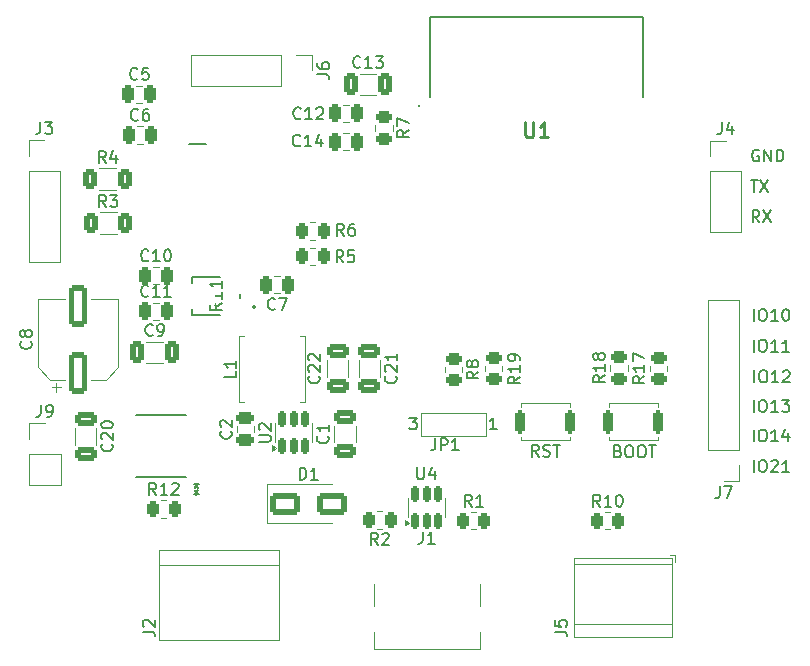
<source format=gbr>
%TF.GenerationSoftware,KiCad,Pcbnew,8.0.1*%
%TF.CreationDate,2024-04-06T00:37:26+05:30*%
%TF.ProjectId,Project,50726f6a-6563-4742-9e6b-696361645f70,rev?*%
%TF.SameCoordinates,Original*%
%TF.FileFunction,Legend,Top*%
%TF.FilePolarity,Positive*%
%FSLAX46Y46*%
G04 Gerber Fmt 4.6, Leading zero omitted, Abs format (unit mm)*
G04 Created by KiCad (PCBNEW 8.0.1) date 2024-04-06 00:37:26*
%MOMM*%
%LPD*%
G01*
G04 APERTURE LIST*
G04 Aperture macros list*
%AMRoundRect*
0 Rectangle with rounded corners*
0 $1 Rounding radius*
0 $2 $3 $4 $5 $6 $7 $8 $9 X,Y pos of 4 corners*
0 Add a 4 corners polygon primitive as box body*
4,1,4,$2,$3,$4,$5,$6,$7,$8,$9,$2,$3,0*
0 Add four circle primitives for the rounded corners*
1,1,$1+$1,$2,$3*
1,1,$1+$1,$4,$5*
1,1,$1+$1,$6,$7*
1,1,$1+$1,$8,$9*
0 Add four rect primitives between the rounded corners*
20,1,$1+$1,$2,$3,$4,$5,0*
20,1,$1+$1,$4,$5,$6,$7,0*
20,1,$1+$1,$6,$7,$8,$9,0*
20,1,$1+$1,$8,$9,$2,$3,0*%
%AMFreePoly0*
4,1,6,1.000000,0.000000,0.500000,-0.750000,-0.500000,-0.750000,-0.500000,0.750000,0.500000,0.750000,1.000000,0.000000,1.000000,0.000000,$1*%
G04 Aperture macros list end*
%ADD10C,0.150000*%
%ADD11C,0.254000*%
%ADD12C,0.120000*%
%ADD13C,0.152400*%
%ADD14C,0.100000*%
%ADD15C,0.200000*%
%ADD16RoundRect,0.250000X-0.262500X-0.450000X0.262500X-0.450000X0.262500X0.450000X-0.262500X0.450000X0*%
%ADD17RoundRect,0.250000X-0.450000X0.262500X-0.450000X-0.262500X0.450000X-0.262500X0.450000X0.262500X0*%
%ADD18RoundRect,0.200000X-0.200000X-0.800000X0.200000X-0.800000X0.200000X0.800000X-0.200000X0.800000X0*%
%ADD19R,3.000000X3.000000*%
%ADD20C,3.000000*%
%ADD21C,0.800000*%
%ADD22C,6.400000*%
%ADD23RoundRect,0.250000X0.450000X-0.262500X0.450000X0.262500X-0.450000X0.262500X-0.450000X-0.262500X0*%
%ADD24RoundRect,0.250000X-0.312500X-0.625000X0.312500X-0.625000X0.312500X0.625000X-0.312500X0.625000X0*%
%ADD25R,1.500000X1.500000*%
%ADD26FreePoly0,180.000000*%
%ADD27FreePoly0,0.000000*%
%ADD28R,1.549400X0.939800*%
%ADD29R,2.133600X1.498600*%
%ADD30RoundRect,0.250000X0.262500X0.450000X-0.262500X0.450000X-0.262500X-0.450000X0.262500X-0.450000X0*%
%ADD31RoundRect,0.250000X-0.325000X-0.650000X0.325000X-0.650000X0.325000X0.650000X-0.325000X0.650000X0*%
%ADD32RoundRect,0.150000X0.150000X-0.512500X0.150000X0.512500X-0.150000X0.512500X-0.150000X-0.512500X0*%
%ADD33R,1.700000X1.700000*%
%ADD34O,1.700000X1.700000*%
%ADD35RoundRect,0.250000X0.250000X0.475000X-0.250000X0.475000X-0.250000X-0.475000X0.250000X-0.475000X0*%
%ADD36R,1.500000X0.900000*%
%ADD37R,0.900000X1.500000*%
%ADD38R,0.900000X0.900000*%
%ADD39RoundRect,0.250000X-0.250000X-0.475000X0.250000X-0.475000X0.250000X0.475000X-0.250000X0.475000X0*%
%ADD40C,0.600000*%
%ADD41R,0.600000X1.160000*%
%ADD42R,0.300000X1.160000*%
%ADD43O,0.900000X2.000000*%
%ADD44O,0.900000X1.700000*%
%ADD45RoundRect,0.250000X0.650000X-0.325000X0.650000X0.325000X-0.650000X0.325000X-0.650000X-0.325000X0*%
%ADD46RoundRect,0.250000X-0.650000X0.325000X-0.650000X-0.325000X0.650000X-0.325000X0.650000X0.325000X0*%
%ADD47RoundRect,0.250000X-1.000000X-0.650000X1.000000X-0.650000X1.000000X0.650000X-1.000000X0.650000X0*%
%ADD48R,2.100000X2.100000*%
%ADD49C,2.100000*%
%ADD50R,1.460500X0.558800*%
%ADD51R,2.717800X3.403600*%
%ADD52R,4.200000X2.200000*%
%ADD53RoundRect,0.250000X-0.475000X0.250000X-0.475000X-0.250000X0.475000X-0.250000X0.475000X0.250000X0*%
%ADD54R,1.475000X0.450000*%
%ADD55R,3.100000X5.180000*%
%ADD56RoundRect,0.250000X0.550000X-1.500000X0.550000X1.500000X-0.550000X1.500000X-0.550000X-1.500000X0*%
%ADD57RoundRect,0.200000X0.200000X0.800000X-0.200000X0.800000X-0.200000X-0.800000X0.200000X-0.800000X0*%
G04 APERTURE END LIST*
D10*
X111486779Y-61219819D02*
X111486779Y-60219819D01*
X112153445Y-60219819D02*
X112343921Y-60219819D01*
X112343921Y-60219819D02*
X112439159Y-60267438D01*
X112439159Y-60267438D02*
X112534397Y-60362676D01*
X112534397Y-60362676D02*
X112582016Y-60553152D01*
X112582016Y-60553152D02*
X112582016Y-60886485D01*
X112582016Y-60886485D02*
X112534397Y-61076961D01*
X112534397Y-61076961D02*
X112439159Y-61172200D01*
X112439159Y-61172200D02*
X112343921Y-61219819D01*
X112343921Y-61219819D02*
X112153445Y-61219819D01*
X112153445Y-61219819D02*
X112058207Y-61172200D01*
X112058207Y-61172200D02*
X111962969Y-61076961D01*
X111962969Y-61076961D02*
X111915350Y-60886485D01*
X111915350Y-60886485D02*
X111915350Y-60553152D01*
X111915350Y-60553152D02*
X111962969Y-60362676D01*
X111962969Y-60362676D02*
X112058207Y-60267438D01*
X112058207Y-60267438D02*
X112153445Y-60219819D01*
X113534397Y-61219819D02*
X112962969Y-61219819D01*
X113248683Y-61219819D02*
X113248683Y-60219819D01*
X113248683Y-60219819D02*
X113153445Y-60362676D01*
X113153445Y-60362676D02*
X113058207Y-60457914D01*
X113058207Y-60457914D02*
X112962969Y-60505533D01*
X113915350Y-60315057D02*
X113962969Y-60267438D01*
X113962969Y-60267438D02*
X114058207Y-60219819D01*
X114058207Y-60219819D02*
X114296302Y-60219819D01*
X114296302Y-60219819D02*
X114391540Y-60267438D01*
X114391540Y-60267438D02*
X114439159Y-60315057D01*
X114439159Y-60315057D02*
X114486778Y-60410295D01*
X114486778Y-60410295D02*
X114486778Y-60505533D01*
X114486778Y-60505533D02*
X114439159Y-60648390D01*
X114439159Y-60648390D02*
X113867731Y-61219819D01*
X113867731Y-61219819D02*
X114486778Y-61219819D01*
X111436779Y-56019819D02*
X111436779Y-55019819D01*
X112103445Y-55019819D02*
X112293921Y-55019819D01*
X112293921Y-55019819D02*
X112389159Y-55067438D01*
X112389159Y-55067438D02*
X112484397Y-55162676D01*
X112484397Y-55162676D02*
X112532016Y-55353152D01*
X112532016Y-55353152D02*
X112532016Y-55686485D01*
X112532016Y-55686485D02*
X112484397Y-55876961D01*
X112484397Y-55876961D02*
X112389159Y-55972200D01*
X112389159Y-55972200D02*
X112293921Y-56019819D01*
X112293921Y-56019819D02*
X112103445Y-56019819D01*
X112103445Y-56019819D02*
X112008207Y-55972200D01*
X112008207Y-55972200D02*
X111912969Y-55876961D01*
X111912969Y-55876961D02*
X111865350Y-55686485D01*
X111865350Y-55686485D02*
X111865350Y-55353152D01*
X111865350Y-55353152D02*
X111912969Y-55162676D01*
X111912969Y-55162676D02*
X112008207Y-55067438D01*
X112008207Y-55067438D02*
X112103445Y-55019819D01*
X113484397Y-56019819D02*
X112912969Y-56019819D01*
X113198683Y-56019819D02*
X113198683Y-55019819D01*
X113198683Y-55019819D02*
X113103445Y-55162676D01*
X113103445Y-55162676D02*
X113008207Y-55257914D01*
X113008207Y-55257914D02*
X112912969Y-55305533D01*
X114103445Y-55019819D02*
X114198683Y-55019819D01*
X114198683Y-55019819D02*
X114293921Y-55067438D01*
X114293921Y-55067438D02*
X114341540Y-55115057D01*
X114341540Y-55115057D02*
X114389159Y-55210295D01*
X114389159Y-55210295D02*
X114436778Y-55400771D01*
X114436778Y-55400771D02*
X114436778Y-55638866D01*
X114436778Y-55638866D02*
X114389159Y-55829342D01*
X114389159Y-55829342D02*
X114341540Y-55924580D01*
X114341540Y-55924580D02*
X114293921Y-55972200D01*
X114293921Y-55972200D02*
X114198683Y-56019819D01*
X114198683Y-56019819D02*
X114103445Y-56019819D01*
X114103445Y-56019819D02*
X114008207Y-55972200D01*
X114008207Y-55972200D02*
X113960588Y-55924580D01*
X113960588Y-55924580D02*
X113912969Y-55829342D01*
X113912969Y-55829342D02*
X113865350Y-55638866D01*
X113865350Y-55638866D02*
X113865350Y-55400771D01*
X113865350Y-55400771D02*
X113912969Y-55210295D01*
X113912969Y-55210295D02*
X113960588Y-55115057D01*
X113960588Y-55115057D02*
X114008207Y-55067438D01*
X114008207Y-55067438D02*
X114103445Y-55019819D01*
X111436779Y-68819819D02*
X111436779Y-67819819D01*
X112103445Y-67819819D02*
X112293921Y-67819819D01*
X112293921Y-67819819D02*
X112389159Y-67867438D01*
X112389159Y-67867438D02*
X112484397Y-67962676D01*
X112484397Y-67962676D02*
X112532016Y-68153152D01*
X112532016Y-68153152D02*
X112532016Y-68486485D01*
X112532016Y-68486485D02*
X112484397Y-68676961D01*
X112484397Y-68676961D02*
X112389159Y-68772200D01*
X112389159Y-68772200D02*
X112293921Y-68819819D01*
X112293921Y-68819819D02*
X112103445Y-68819819D01*
X112103445Y-68819819D02*
X112008207Y-68772200D01*
X112008207Y-68772200D02*
X111912969Y-68676961D01*
X111912969Y-68676961D02*
X111865350Y-68486485D01*
X111865350Y-68486485D02*
X111865350Y-68153152D01*
X111865350Y-68153152D02*
X111912969Y-67962676D01*
X111912969Y-67962676D02*
X112008207Y-67867438D01*
X112008207Y-67867438D02*
X112103445Y-67819819D01*
X112912969Y-67915057D02*
X112960588Y-67867438D01*
X112960588Y-67867438D02*
X113055826Y-67819819D01*
X113055826Y-67819819D02*
X113293921Y-67819819D01*
X113293921Y-67819819D02*
X113389159Y-67867438D01*
X113389159Y-67867438D02*
X113436778Y-67915057D01*
X113436778Y-67915057D02*
X113484397Y-68010295D01*
X113484397Y-68010295D02*
X113484397Y-68105533D01*
X113484397Y-68105533D02*
X113436778Y-68248390D01*
X113436778Y-68248390D02*
X112865350Y-68819819D01*
X112865350Y-68819819D02*
X113484397Y-68819819D01*
X114436778Y-68819819D02*
X113865350Y-68819819D01*
X114151064Y-68819819D02*
X114151064Y-67819819D01*
X114151064Y-67819819D02*
X114055826Y-67962676D01*
X114055826Y-67962676D02*
X113960588Y-68057914D01*
X113960588Y-68057914D02*
X113865350Y-68105533D01*
X99945112Y-67046009D02*
X100087969Y-67093628D01*
X100087969Y-67093628D02*
X100135588Y-67141247D01*
X100135588Y-67141247D02*
X100183207Y-67236485D01*
X100183207Y-67236485D02*
X100183207Y-67379342D01*
X100183207Y-67379342D02*
X100135588Y-67474580D01*
X100135588Y-67474580D02*
X100087969Y-67522200D01*
X100087969Y-67522200D02*
X99992731Y-67569819D01*
X99992731Y-67569819D02*
X99611779Y-67569819D01*
X99611779Y-67569819D02*
X99611779Y-66569819D01*
X99611779Y-66569819D02*
X99945112Y-66569819D01*
X99945112Y-66569819D02*
X100040350Y-66617438D01*
X100040350Y-66617438D02*
X100087969Y-66665057D01*
X100087969Y-66665057D02*
X100135588Y-66760295D01*
X100135588Y-66760295D02*
X100135588Y-66855533D01*
X100135588Y-66855533D02*
X100087969Y-66950771D01*
X100087969Y-66950771D02*
X100040350Y-66998390D01*
X100040350Y-66998390D02*
X99945112Y-67046009D01*
X99945112Y-67046009D02*
X99611779Y-67046009D01*
X100802255Y-66569819D02*
X100992731Y-66569819D01*
X100992731Y-66569819D02*
X101087969Y-66617438D01*
X101087969Y-66617438D02*
X101183207Y-66712676D01*
X101183207Y-66712676D02*
X101230826Y-66903152D01*
X101230826Y-66903152D02*
X101230826Y-67236485D01*
X101230826Y-67236485D02*
X101183207Y-67426961D01*
X101183207Y-67426961D02*
X101087969Y-67522200D01*
X101087969Y-67522200D02*
X100992731Y-67569819D01*
X100992731Y-67569819D02*
X100802255Y-67569819D01*
X100802255Y-67569819D02*
X100707017Y-67522200D01*
X100707017Y-67522200D02*
X100611779Y-67426961D01*
X100611779Y-67426961D02*
X100564160Y-67236485D01*
X100564160Y-67236485D02*
X100564160Y-66903152D01*
X100564160Y-66903152D02*
X100611779Y-66712676D01*
X100611779Y-66712676D02*
X100707017Y-66617438D01*
X100707017Y-66617438D02*
X100802255Y-66569819D01*
X101849874Y-66569819D02*
X102040350Y-66569819D01*
X102040350Y-66569819D02*
X102135588Y-66617438D01*
X102135588Y-66617438D02*
X102230826Y-66712676D01*
X102230826Y-66712676D02*
X102278445Y-66903152D01*
X102278445Y-66903152D02*
X102278445Y-67236485D01*
X102278445Y-67236485D02*
X102230826Y-67426961D01*
X102230826Y-67426961D02*
X102135588Y-67522200D01*
X102135588Y-67522200D02*
X102040350Y-67569819D01*
X102040350Y-67569819D02*
X101849874Y-67569819D01*
X101849874Y-67569819D02*
X101754636Y-67522200D01*
X101754636Y-67522200D02*
X101659398Y-67426961D01*
X101659398Y-67426961D02*
X101611779Y-67236485D01*
X101611779Y-67236485D02*
X101611779Y-66903152D01*
X101611779Y-66903152D02*
X101659398Y-66712676D01*
X101659398Y-66712676D02*
X101754636Y-66617438D01*
X101754636Y-66617438D02*
X101849874Y-66569819D01*
X102564160Y-66569819D02*
X103135588Y-66569819D01*
X102849874Y-67569819D02*
X102849874Y-66569819D01*
X93233207Y-67519819D02*
X92899874Y-67043628D01*
X92661779Y-67519819D02*
X92661779Y-66519819D01*
X92661779Y-66519819D02*
X93042731Y-66519819D01*
X93042731Y-66519819D02*
X93137969Y-66567438D01*
X93137969Y-66567438D02*
X93185588Y-66615057D01*
X93185588Y-66615057D02*
X93233207Y-66710295D01*
X93233207Y-66710295D02*
X93233207Y-66853152D01*
X93233207Y-66853152D02*
X93185588Y-66948390D01*
X93185588Y-66948390D02*
X93137969Y-66996009D01*
X93137969Y-66996009D02*
X93042731Y-67043628D01*
X93042731Y-67043628D02*
X92661779Y-67043628D01*
X93614160Y-67472200D02*
X93757017Y-67519819D01*
X93757017Y-67519819D02*
X93995112Y-67519819D01*
X93995112Y-67519819D02*
X94090350Y-67472200D01*
X94090350Y-67472200D02*
X94137969Y-67424580D01*
X94137969Y-67424580D02*
X94185588Y-67329342D01*
X94185588Y-67329342D02*
X94185588Y-67234104D01*
X94185588Y-67234104D02*
X94137969Y-67138866D01*
X94137969Y-67138866D02*
X94090350Y-67091247D01*
X94090350Y-67091247D02*
X93995112Y-67043628D01*
X93995112Y-67043628D02*
X93804636Y-66996009D01*
X93804636Y-66996009D02*
X93709398Y-66948390D01*
X93709398Y-66948390D02*
X93661779Y-66900771D01*
X93661779Y-66900771D02*
X93614160Y-66805533D01*
X93614160Y-66805533D02*
X93614160Y-66710295D01*
X93614160Y-66710295D02*
X93661779Y-66615057D01*
X93661779Y-66615057D02*
X93709398Y-66567438D01*
X93709398Y-66567438D02*
X93804636Y-66519819D01*
X93804636Y-66519819D02*
X94042731Y-66519819D01*
X94042731Y-66519819D02*
X94185588Y-66567438D01*
X94471303Y-66519819D02*
X95042731Y-66519819D01*
X94757017Y-67519819D02*
X94757017Y-66519819D01*
X111436779Y-58619819D02*
X111436779Y-57619819D01*
X112103445Y-57619819D02*
X112293921Y-57619819D01*
X112293921Y-57619819D02*
X112389159Y-57667438D01*
X112389159Y-57667438D02*
X112484397Y-57762676D01*
X112484397Y-57762676D02*
X112532016Y-57953152D01*
X112532016Y-57953152D02*
X112532016Y-58286485D01*
X112532016Y-58286485D02*
X112484397Y-58476961D01*
X112484397Y-58476961D02*
X112389159Y-58572200D01*
X112389159Y-58572200D02*
X112293921Y-58619819D01*
X112293921Y-58619819D02*
X112103445Y-58619819D01*
X112103445Y-58619819D02*
X112008207Y-58572200D01*
X112008207Y-58572200D02*
X111912969Y-58476961D01*
X111912969Y-58476961D02*
X111865350Y-58286485D01*
X111865350Y-58286485D02*
X111865350Y-57953152D01*
X111865350Y-57953152D02*
X111912969Y-57762676D01*
X111912969Y-57762676D02*
X112008207Y-57667438D01*
X112008207Y-57667438D02*
X112103445Y-57619819D01*
X113484397Y-58619819D02*
X112912969Y-58619819D01*
X113198683Y-58619819D02*
X113198683Y-57619819D01*
X113198683Y-57619819D02*
X113103445Y-57762676D01*
X113103445Y-57762676D02*
X113008207Y-57857914D01*
X113008207Y-57857914D02*
X112912969Y-57905533D01*
X114436778Y-58619819D02*
X113865350Y-58619819D01*
X114151064Y-58619819D02*
X114151064Y-57619819D01*
X114151064Y-57619819D02*
X114055826Y-57762676D01*
X114055826Y-57762676D02*
X113960588Y-57857914D01*
X113960588Y-57857914D02*
X113865350Y-57905533D01*
X111193922Y-44119819D02*
X111765350Y-44119819D01*
X111479636Y-45119819D02*
X111479636Y-44119819D01*
X112003446Y-44119819D02*
X112670112Y-45119819D01*
X112670112Y-44119819D02*
X112003446Y-45119819D01*
X111436779Y-66219819D02*
X111436779Y-65219819D01*
X112103445Y-65219819D02*
X112293921Y-65219819D01*
X112293921Y-65219819D02*
X112389159Y-65267438D01*
X112389159Y-65267438D02*
X112484397Y-65362676D01*
X112484397Y-65362676D02*
X112532016Y-65553152D01*
X112532016Y-65553152D02*
X112532016Y-65886485D01*
X112532016Y-65886485D02*
X112484397Y-66076961D01*
X112484397Y-66076961D02*
X112389159Y-66172200D01*
X112389159Y-66172200D02*
X112293921Y-66219819D01*
X112293921Y-66219819D02*
X112103445Y-66219819D01*
X112103445Y-66219819D02*
X112008207Y-66172200D01*
X112008207Y-66172200D02*
X111912969Y-66076961D01*
X111912969Y-66076961D02*
X111865350Y-65886485D01*
X111865350Y-65886485D02*
X111865350Y-65553152D01*
X111865350Y-65553152D02*
X111912969Y-65362676D01*
X111912969Y-65362676D02*
X112008207Y-65267438D01*
X112008207Y-65267438D02*
X112103445Y-65219819D01*
X113484397Y-66219819D02*
X112912969Y-66219819D01*
X113198683Y-66219819D02*
X113198683Y-65219819D01*
X113198683Y-65219819D02*
X113103445Y-65362676D01*
X113103445Y-65362676D02*
X113008207Y-65457914D01*
X113008207Y-65457914D02*
X112912969Y-65505533D01*
X114341540Y-65553152D02*
X114341540Y-66219819D01*
X114103445Y-65172200D02*
X113865350Y-65886485D01*
X113865350Y-65886485D02*
X114484397Y-65886485D01*
X111908207Y-47669819D02*
X111574874Y-47193628D01*
X111336779Y-47669819D02*
X111336779Y-46669819D01*
X111336779Y-46669819D02*
X111717731Y-46669819D01*
X111717731Y-46669819D02*
X111812969Y-46717438D01*
X111812969Y-46717438D02*
X111860588Y-46765057D01*
X111860588Y-46765057D02*
X111908207Y-46860295D01*
X111908207Y-46860295D02*
X111908207Y-47003152D01*
X111908207Y-47003152D02*
X111860588Y-47098390D01*
X111860588Y-47098390D02*
X111812969Y-47146009D01*
X111812969Y-47146009D02*
X111717731Y-47193628D01*
X111717731Y-47193628D02*
X111336779Y-47193628D01*
X112241541Y-46669819D02*
X112908207Y-47669819D01*
X112908207Y-46669819D02*
X112241541Y-47669819D01*
X111860588Y-41567438D02*
X111765350Y-41519819D01*
X111765350Y-41519819D02*
X111622493Y-41519819D01*
X111622493Y-41519819D02*
X111479636Y-41567438D01*
X111479636Y-41567438D02*
X111384398Y-41662676D01*
X111384398Y-41662676D02*
X111336779Y-41757914D01*
X111336779Y-41757914D02*
X111289160Y-41948390D01*
X111289160Y-41948390D02*
X111289160Y-42091247D01*
X111289160Y-42091247D02*
X111336779Y-42281723D01*
X111336779Y-42281723D02*
X111384398Y-42376961D01*
X111384398Y-42376961D02*
X111479636Y-42472200D01*
X111479636Y-42472200D02*
X111622493Y-42519819D01*
X111622493Y-42519819D02*
X111717731Y-42519819D01*
X111717731Y-42519819D02*
X111860588Y-42472200D01*
X111860588Y-42472200D02*
X111908207Y-42424580D01*
X111908207Y-42424580D02*
X111908207Y-42091247D01*
X111908207Y-42091247D02*
X111717731Y-42091247D01*
X112336779Y-42519819D02*
X112336779Y-41519819D01*
X112336779Y-41519819D02*
X112908207Y-42519819D01*
X112908207Y-42519819D02*
X112908207Y-41519819D01*
X113384398Y-42519819D02*
X113384398Y-41519819D01*
X113384398Y-41519819D02*
X113622493Y-41519819D01*
X113622493Y-41519819D02*
X113765350Y-41567438D01*
X113765350Y-41567438D02*
X113860588Y-41662676D01*
X113860588Y-41662676D02*
X113908207Y-41757914D01*
X113908207Y-41757914D02*
X113955826Y-41948390D01*
X113955826Y-41948390D02*
X113955826Y-42091247D01*
X113955826Y-42091247D02*
X113908207Y-42281723D01*
X113908207Y-42281723D02*
X113860588Y-42376961D01*
X113860588Y-42376961D02*
X113765350Y-42472200D01*
X113765350Y-42472200D02*
X113622493Y-42519819D01*
X113622493Y-42519819D02*
X113384398Y-42519819D01*
X111436779Y-63719819D02*
X111436779Y-62719819D01*
X112103445Y-62719819D02*
X112293921Y-62719819D01*
X112293921Y-62719819D02*
X112389159Y-62767438D01*
X112389159Y-62767438D02*
X112484397Y-62862676D01*
X112484397Y-62862676D02*
X112532016Y-63053152D01*
X112532016Y-63053152D02*
X112532016Y-63386485D01*
X112532016Y-63386485D02*
X112484397Y-63576961D01*
X112484397Y-63576961D02*
X112389159Y-63672200D01*
X112389159Y-63672200D02*
X112293921Y-63719819D01*
X112293921Y-63719819D02*
X112103445Y-63719819D01*
X112103445Y-63719819D02*
X112008207Y-63672200D01*
X112008207Y-63672200D02*
X111912969Y-63576961D01*
X111912969Y-63576961D02*
X111865350Y-63386485D01*
X111865350Y-63386485D02*
X111865350Y-63053152D01*
X111865350Y-63053152D02*
X111912969Y-62862676D01*
X111912969Y-62862676D02*
X112008207Y-62767438D01*
X112008207Y-62767438D02*
X112103445Y-62719819D01*
X113484397Y-63719819D02*
X112912969Y-63719819D01*
X113198683Y-63719819D02*
X113198683Y-62719819D01*
X113198683Y-62719819D02*
X113103445Y-62862676D01*
X113103445Y-62862676D02*
X113008207Y-62957914D01*
X113008207Y-62957914D02*
X112912969Y-63005533D01*
X113817731Y-62719819D02*
X114436778Y-62719819D01*
X114436778Y-62719819D02*
X114103445Y-63100771D01*
X114103445Y-63100771D02*
X114246302Y-63100771D01*
X114246302Y-63100771D02*
X114341540Y-63148390D01*
X114341540Y-63148390D02*
X114389159Y-63196009D01*
X114389159Y-63196009D02*
X114436778Y-63291247D01*
X114436778Y-63291247D02*
X114436778Y-63529342D01*
X114436778Y-63529342D02*
X114389159Y-63624580D01*
X114389159Y-63624580D02*
X114341540Y-63672200D01*
X114341540Y-63672200D02*
X114246302Y-63719819D01*
X114246302Y-63719819D02*
X113960588Y-63719819D01*
X113960588Y-63719819D02*
X113865350Y-63672200D01*
X113865350Y-63672200D02*
X113817731Y-63624580D01*
X98432142Y-71754819D02*
X98098809Y-71278628D01*
X97860714Y-71754819D02*
X97860714Y-70754819D01*
X97860714Y-70754819D02*
X98241666Y-70754819D01*
X98241666Y-70754819D02*
X98336904Y-70802438D01*
X98336904Y-70802438D02*
X98384523Y-70850057D01*
X98384523Y-70850057D02*
X98432142Y-70945295D01*
X98432142Y-70945295D02*
X98432142Y-71088152D01*
X98432142Y-71088152D02*
X98384523Y-71183390D01*
X98384523Y-71183390D02*
X98336904Y-71231009D01*
X98336904Y-71231009D02*
X98241666Y-71278628D01*
X98241666Y-71278628D02*
X97860714Y-71278628D01*
X99384523Y-71754819D02*
X98813095Y-71754819D01*
X99098809Y-71754819D02*
X99098809Y-70754819D01*
X99098809Y-70754819D02*
X99003571Y-70897676D01*
X99003571Y-70897676D02*
X98908333Y-70992914D01*
X98908333Y-70992914D02*
X98813095Y-71040533D01*
X100003571Y-70754819D02*
X100098809Y-70754819D01*
X100098809Y-70754819D02*
X100194047Y-70802438D01*
X100194047Y-70802438D02*
X100241666Y-70850057D01*
X100241666Y-70850057D02*
X100289285Y-70945295D01*
X100289285Y-70945295D02*
X100336904Y-71135771D01*
X100336904Y-71135771D02*
X100336904Y-71373866D01*
X100336904Y-71373866D02*
X100289285Y-71564342D01*
X100289285Y-71564342D02*
X100241666Y-71659580D01*
X100241666Y-71659580D02*
X100194047Y-71707200D01*
X100194047Y-71707200D02*
X100098809Y-71754819D01*
X100098809Y-71754819D02*
X100003571Y-71754819D01*
X100003571Y-71754819D02*
X99908333Y-71707200D01*
X99908333Y-71707200D02*
X99860714Y-71659580D01*
X99860714Y-71659580D02*
X99813095Y-71564342D01*
X99813095Y-71564342D02*
X99765476Y-71373866D01*
X99765476Y-71373866D02*
X99765476Y-71135771D01*
X99765476Y-71135771D02*
X99813095Y-70945295D01*
X99813095Y-70945295D02*
X99860714Y-70850057D01*
X99860714Y-70850057D02*
X99908333Y-70802438D01*
X99908333Y-70802438D02*
X100003571Y-70754819D01*
X82229819Y-39866666D02*
X81753628Y-40199999D01*
X82229819Y-40438094D02*
X81229819Y-40438094D01*
X81229819Y-40438094D02*
X81229819Y-40057142D01*
X81229819Y-40057142D02*
X81277438Y-39961904D01*
X81277438Y-39961904D02*
X81325057Y-39914285D01*
X81325057Y-39914285D02*
X81420295Y-39866666D01*
X81420295Y-39866666D02*
X81563152Y-39866666D01*
X81563152Y-39866666D02*
X81658390Y-39914285D01*
X81658390Y-39914285D02*
X81706009Y-39961904D01*
X81706009Y-39961904D02*
X81753628Y-40057142D01*
X81753628Y-40057142D02*
X81753628Y-40438094D01*
X81229819Y-39533332D02*
X81229819Y-38866666D01*
X81229819Y-38866666D02*
X82229819Y-39295237D01*
X59704819Y-82333333D02*
X60419104Y-82333333D01*
X60419104Y-82333333D02*
X60561961Y-82380952D01*
X60561961Y-82380952D02*
X60657200Y-82476190D01*
X60657200Y-82476190D02*
X60704819Y-82619047D01*
X60704819Y-82619047D02*
X60704819Y-82714285D01*
X59800057Y-81904761D02*
X59752438Y-81857142D01*
X59752438Y-81857142D02*
X59704819Y-81761904D01*
X59704819Y-81761904D02*
X59704819Y-81523809D01*
X59704819Y-81523809D02*
X59752438Y-81428571D01*
X59752438Y-81428571D02*
X59800057Y-81380952D01*
X59800057Y-81380952D02*
X59895295Y-81333333D01*
X59895295Y-81333333D02*
X59990533Y-81333333D01*
X59990533Y-81333333D02*
X60133390Y-81380952D01*
X60133390Y-81380952D02*
X60704819Y-81952380D01*
X60704819Y-81952380D02*
X60704819Y-81333333D01*
X98829819Y-60642857D02*
X98353628Y-60976190D01*
X98829819Y-61214285D02*
X97829819Y-61214285D01*
X97829819Y-61214285D02*
X97829819Y-60833333D01*
X97829819Y-60833333D02*
X97877438Y-60738095D01*
X97877438Y-60738095D02*
X97925057Y-60690476D01*
X97925057Y-60690476D02*
X98020295Y-60642857D01*
X98020295Y-60642857D02*
X98163152Y-60642857D01*
X98163152Y-60642857D02*
X98258390Y-60690476D01*
X98258390Y-60690476D02*
X98306009Y-60738095D01*
X98306009Y-60738095D02*
X98353628Y-60833333D01*
X98353628Y-60833333D02*
X98353628Y-61214285D01*
X98829819Y-59690476D02*
X98829819Y-60261904D01*
X98829819Y-59976190D02*
X97829819Y-59976190D01*
X97829819Y-59976190D02*
X97972676Y-60071428D01*
X97972676Y-60071428D02*
X98067914Y-60166666D01*
X98067914Y-60166666D02*
X98115533Y-60261904D01*
X98258390Y-59119047D02*
X98210771Y-59214285D01*
X98210771Y-59214285D02*
X98163152Y-59261904D01*
X98163152Y-59261904D02*
X98067914Y-59309523D01*
X98067914Y-59309523D02*
X98020295Y-59309523D01*
X98020295Y-59309523D02*
X97925057Y-59261904D01*
X97925057Y-59261904D02*
X97877438Y-59214285D01*
X97877438Y-59214285D02*
X97829819Y-59119047D01*
X97829819Y-59119047D02*
X97829819Y-58928571D01*
X97829819Y-58928571D02*
X97877438Y-58833333D01*
X97877438Y-58833333D02*
X97925057Y-58785714D01*
X97925057Y-58785714D02*
X98020295Y-58738095D01*
X98020295Y-58738095D02*
X98067914Y-58738095D01*
X98067914Y-58738095D02*
X98163152Y-58785714D01*
X98163152Y-58785714D02*
X98210771Y-58833333D01*
X98210771Y-58833333D02*
X98258390Y-58928571D01*
X98258390Y-58928571D02*
X98258390Y-59119047D01*
X98258390Y-59119047D02*
X98306009Y-59214285D01*
X98306009Y-59214285D02*
X98353628Y-59261904D01*
X98353628Y-59261904D02*
X98448866Y-59309523D01*
X98448866Y-59309523D02*
X98639342Y-59309523D01*
X98639342Y-59309523D02*
X98734580Y-59261904D01*
X98734580Y-59261904D02*
X98782200Y-59214285D01*
X98782200Y-59214285D02*
X98829819Y-59119047D01*
X98829819Y-59119047D02*
X98829819Y-58928571D01*
X98829819Y-58928571D02*
X98782200Y-58833333D01*
X98782200Y-58833333D02*
X98734580Y-58785714D01*
X98734580Y-58785714D02*
X98639342Y-58738095D01*
X98639342Y-58738095D02*
X98448866Y-58738095D01*
X98448866Y-58738095D02*
X98353628Y-58785714D01*
X98353628Y-58785714D02*
X98306009Y-58833333D01*
X98306009Y-58833333D02*
X98258390Y-58928571D01*
X102179819Y-60692857D02*
X101703628Y-61026190D01*
X102179819Y-61264285D02*
X101179819Y-61264285D01*
X101179819Y-61264285D02*
X101179819Y-60883333D01*
X101179819Y-60883333D02*
X101227438Y-60788095D01*
X101227438Y-60788095D02*
X101275057Y-60740476D01*
X101275057Y-60740476D02*
X101370295Y-60692857D01*
X101370295Y-60692857D02*
X101513152Y-60692857D01*
X101513152Y-60692857D02*
X101608390Y-60740476D01*
X101608390Y-60740476D02*
X101656009Y-60788095D01*
X101656009Y-60788095D02*
X101703628Y-60883333D01*
X101703628Y-60883333D02*
X101703628Y-61264285D01*
X102179819Y-59740476D02*
X102179819Y-60311904D01*
X102179819Y-60026190D02*
X101179819Y-60026190D01*
X101179819Y-60026190D02*
X101322676Y-60121428D01*
X101322676Y-60121428D02*
X101417914Y-60216666D01*
X101417914Y-60216666D02*
X101465533Y-60311904D01*
X101179819Y-59407142D02*
X101179819Y-58740476D01*
X101179819Y-58740476D02*
X102179819Y-59169047D01*
X56570833Y-42634819D02*
X56237500Y-42158628D01*
X55999405Y-42634819D02*
X55999405Y-41634819D01*
X55999405Y-41634819D02*
X56380357Y-41634819D01*
X56380357Y-41634819D02*
X56475595Y-41682438D01*
X56475595Y-41682438D02*
X56523214Y-41730057D01*
X56523214Y-41730057D02*
X56570833Y-41825295D01*
X56570833Y-41825295D02*
X56570833Y-41968152D01*
X56570833Y-41968152D02*
X56523214Y-42063390D01*
X56523214Y-42063390D02*
X56475595Y-42111009D01*
X56475595Y-42111009D02*
X56380357Y-42158628D01*
X56380357Y-42158628D02*
X55999405Y-42158628D01*
X57427976Y-41968152D02*
X57427976Y-42634819D01*
X57189881Y-41587200D02*
X56951786Y-42301485D01*
X56951786Y-42301485D02*
X57570833Y-42301485D01*
X84466666Y-65979819D02*
X84466666Y-66694104D01*
X84466666Y-66694104D02*
X84419047Y-66836961D01*
X84419047Y-66836961D02*
X84323809Y-66932200D01*
X84323809Y-66932200D02*
X84180952Y-66979819D01*
X84180952Y-66979819D02*
X84085714Y-66979819D01*
X84942857Y-66979819D02*
X84942857Y-65979819D01*
X84942857Y-65979819D02*
X85323809Y-65979819D01*
X85323809Y-65979819D02*
X85419047Y-66027438D01*
X85419047Y-66027438D02*
X85466666Y-66075057D01*
X85466666Y-66075057D02*
X85514285Y-66170295D01*
X85514285Y-66170295D02*
X85514285Y-66313152D01*
X85514285Y-66313152D02*
X85466666Y-66408390D01*
X85466666Y-66408390D02*
X85419047Y-66456009D01*
X85419047Y-66456009D02*
X85323809Y-66503628D01*
X85323809Y-66503628D02*
X84942857Y-66503628D01*
X86466666Y-66979819D02*
X85895238Y-66979819D01*
X86180952Y-66979819D02*
X86180952Y-65979819D01*
X86180952Y-65979819D02*
X86085714Y-66122676D01*
X86085714Y-66122676D02*
X85990476Y-66217914D01*
X85990476Y-66217914D02*
X85895238Y-66265533D01*
X89660714Y-65204819D02*
X89089286Y-65204819D01*
X89375000Y-65204819D02*
X89375000Y-64204819D01*
X89375000Y-64204819D02*
X89279762Y-64347676D01*
X89279762Y-64347676D02*
X89184524Y-64442914D01*
X89184524Y-64442914D02*
X89089286Y-64490533D01*
X82291667Y-64204819D02*
X82910714Y-64204819D01*
X82910714Y-64204819D02*
X82577381Y-64585771D01*
X82577381Y-64585771D02*
X82720238Y-64585771D01*
X82720238Y-64585771D02*
X82815476Y-64633390D01*
X82815476Y-64633390D02*
X82863095Y-64681009D01*
X82863095Y-64681009D02*
X82910714Y-64776247D01*
X82910714Y-64776247D02*
X82910714Y-65014342D01*
X82910714Y-65014342D02*
X82863095Y-65109580D01*
X82863095Y-65109580D02*
X82815476Y-65157200D01*
X82815476Y-65157200D02*
X82720238Y-65204819D01*
X82720238Y-65204819D02*
X82434524Y-65204819D01*
X82434524Y-65204819D02*
X82339286Y-65157200D01*
X82339286Y-65157200D02*
X82291667Y-65109580D01*
X66379819Y-54542857D02*
X65903628Y-54876190D01*
X66379819Y-55114285D02*
X65379819Y-55114285D01*
X65379819Y-55114285D02*
X65379819Y-54733333D01*
X65379819Y-54733333D02*
X65427438Y-54638095D01*
X65427438Y-54638095D02*
X65475057Y-54590476D01*
X65475057Y-54590476D02*
X65570295Y-54542857D01*
X65570295Y-54542857D02*
X65713152Y-54542857D01*
X65713152Y-54542857D02*
X65808390Y-54590476D01*
X65808390Y-54590476D02*
X65856009Y-54638095D01*
X65856009Y-54638095D02*
X65903628Y-54733333D01*
X65903628Y-54733333D02*
X65903628Y-55114285D01*
X66379819Y-53590476D02*
X66379819Y-54161904D01*
X66379819Y-53876190D02*
X65379819Y-53876190D01*
X65379819Y-53876190D02*
X65522676Y-53971428D01*
X65522676Y-53971428D02*
X65617914Y-54066666D01*
X65617914Y-54066666D02*
X65665533Y-54161904D01*
X66379819Y-52638095D02*
X66379819Y-53209523D01*
X66379819Y-52923809D02*
X65379819Y-52923809D01*
X65379819Y-52923809D02*
X65522676Y-53019047D01*
X65522676Y-53019047D02*
X65617914Y-53114285D01*
X65617914Y-53114285D02*
X65665533Y-53209523D01*
X79608333Y-74992319D02*
X79275000Y-74516128D01*
X79036905Y-74992319D02*
X79036905Y-73992319D01*
X79036905Y-73992319D02*
X79417857Y-73992319D01*
X79417857Y-73992319D02*
X79513095Y-74039938D01*
X79513095Y-74039938D02*
X79560714Y-74087557D01*
X79560714Y-74087557D02*
X79608333Y-74182795D01*
X79608333Y-74182795D02*
X79608333Y-74325652D01*
X79608333Y-74325652D02*
X79560714Y-74420890D01*
X79560714Y-74420890D02*
X79513095Y-74468509D01*
X79513095Y-74468509D02*
X79417857Y-74516128D01*
X79417857Y-74516128D02*
X79036905Y-74516128D01*
X79989286Y-74087557D02*
X80036905Y-74039938D01*
X80036905Y-74039938D02*
X80132143Y-73992319D01*
X80132143Y-73992319D02*
X80370238Y-73992319D01*
X80370238Y-73992319D02*
X80465476Y-74039938D01*
X80465476Y-74039938D02*
X80513095Y-74087557D01*
X80513095Y-74087557D02*
X80560714Y-74182795D01*
X80560714Y-74182795D02*
X80560714Y-74278033D01*
X80560714Y-74278033D02*
X80513095Y-74420890D01*
X80513095Y-74420890D02*
X79941667Y-74992319D01*
X79941667Y-74992319D02*
X80560714Y-74992319D01*
X60558333Y-57209580D02*
X60510714Y-57257200D01*
X60510714Y-57257200D02*
X60367857Y-57304819D01*
X60367857Y-57304819D02*
X60272619Y-57304819D01*
X60272619Y-57304819D02*
X60129762Y-57257200D01*
X60129762Y-57257200D02*
X60034524Y-57161961D01*
X60034524Y-57161961D02*
X59986905Y-57066723D01*
X59986905Y-57066723D02*
X59939286Y-56876247D01*
X59939286Y-56876247D02*
X59939286Y-56733390D01*
X59939286Y-56733390D02*
X59986905Y-56542914D01*
X59986905Y-56542914D02*
X60034524Y-56447676D01*
X60034524Y-56447676D02*
X60129762Y-56352438D01*
X60129762Y-56352438D02*
X60272619Y-56304819D01*
X60272619Y-56304819D02*
X60367857Y-56304819D01*
X60367857Y-56304819D02*
X60510714Y-56352438D01*
X60510714Y-56352438D02*
X60558333Y-56400057D01*
X61034524Y-57304819D02*
X61225000Y-57304819D01*
X61225000Y-57304819D02*
X61320238Y-57257200D01*
X61320238Y-57257200D02*
X61367857Y-57209580D01*
X61367857Y-57209580D02*
X61463095Y-57066723D01*
X61463095Y-57066723D02*
X61510714Y-56876247D01*
X61510714Y-56876247D02*
X61510714Y-56495295D01*
X61510714Y-56495295D02*
X61463095Y-56400057D01*
X61463095Y-56400057D02*
X61415476Y-56352438D01*
X61415476Y-56352438D02*
X61320238Y-56304819D01*
X61320238Y-56304819D02*
X61129762Y-56304819D01*
X61129762Y-56304819D02*
X61034524Y-56352438D01*
X61034524Y-56352438D02*
X60986905Y-56400057D01*
X60986905Y-56400057D02*
X60939286Y-56495295D01*
X60939286Y-56495295D02*
X60939286Y-56733390D01*
X60939286Y-56733390D02*
X60986905Y-56828628D01*
X60986905Y-56828628D02*
X61034524Y-56876247D01*
X61034524Y-56876247D02*
X61129762Y-56923866D01*
X61129762Y-56923866D02*
X61320238Y-56923866D01*
X61320238Y-56923866D02*
X61415476Y-56876247D01*
X61415476Y-56876247D02*
X61463095Y-56828628D01*
X61463095Y-56828628D02*
X61510714Y-56733390D01*
X82938095Y-68417319D02*
X82938095Y-69226842D01*
X82938095Y-69226842D02*
X82985714Y-69322080D01*
X82985714Y-69322080D02*
X83033333Y-69369700D01*
X83033333Y-69369700D02*
X83128571Y-69417319D01*
X83128571Y-69417319D02*
X83319047Y-69417319D01*
X83319047Y-69417319D02*
X83414285Y-69369700D01*
X83414285Y-69369700D02*
X83461904Y-69322080D01*
X83461904Y-69322080D02*
X83509523Y-69226842D01*
X83509523Y-69226842D02*
X83509523Y-68417319D01*
X84414285Y-68750652D02*
X84414285Y-69417319D01*
X84176190Y-68369700D02*
X83938095Y-69083985D01*
X83938095Y-69083985D02*
X84557142Y-69083985D01*
X51041666Y-39174819D02*
X51041666Y-39889104D01*
X51041666Y-39889104D02*
X50994047Y-40031961D01*
X50994047Y-40031961D02*
X50898809Y-40127200D01*
X50898809Y-40127200D02*
X50755952Y-40174819D01*
X50755952Y-40174819D02*
X50660714Y-40174819D01*
X51422619Y-39174819D02*
X52041666Y-39174819D01*
X52041666Y-39174819D02*
X51708333Y-39555771D01*
X51708333Y-39555771D02*
X51851190Y-39555771D01*
X51851190Y-39555771D02*
X51946428Y-39603390D01*
X51946428Y-39603390D02*
X51994047Y-39651009D01*
X51994047Y-39651009D02*
X52041666Y-39746247D01*
X52041666Y-39746247D02*
X52041666Y-39984342D01*
X52041666Y-39984342D02*
X51994047Y-40079580D01*
X51994047Y-40079580D02*
X51946428Y-40127200D01*
X51946428Y-40127200D02*
X51851190Y-40174819D01*
X51851190Y-40174819D02*
X51565476Y-40174819D01*
X51565476Y-40174819D02*
X51470238Y-40127200D01*
X51470238Y-40127200D02*
X51422619Y-40079580D01*
X69542319Y-66261904D02*
X70351842Y-66261904D01*
X70351842Y-66261904D02*
X70447080Y-66214285D01*
X70447080Y-66214285D02*
X70494700Y-66166666D01*
X70494700Y-66166666D02*
X70542319Y-66071428D01*
X70542319Y-66071428D02*
X70542319Y-65880952D01*
X70542319Y-65880952D02*
X70494700Y-65785714D01*
X70494700Y-65785714D02*
X70447080Y-65738095D01*
X70447080Y-65738095D02*
X70351842Y-65690476D01*
X70351842Y-65690476D02*
X69542319Y-65690476D01*
X69637557Y-65261904D02*
X69589938Y-65214285D01*
X69589938Y-65214285D02*
X69542319Y-65119047D01*
X69542319Y-65119047D02*
X69542319Y-64880952D01*
X69542319Y-64880952D02*
X69589938Y-64785714D01*
X69589938Y-64785714D02*
X69637557Y-64738095D01*
X69637557Y-64738095D02*
X69732795Y-64690476D01*
X69732795Y-64690476D02*
X69828033Y-64690476D01*
X69828033Y-64690476D02*
X69970890Y-64738095D01*
X69970890Y-64738095D02*
X70542319Y-65309523D01*
X70542319Y-65309523D02*
X70542319Y-64690476D01*
X76683333Y-51054819D02*
X76350000Y-50578628D01*
X76111905Y-51054819D02*
X76111905Y-50054819D01*
X76111905Y-50054819D02*
X76492857Y-50054819D01*
X76492857Y-50054819D02*
X76588095Y-50102438D01*
X76588095Y-50102438D02*
X76635714Y-50150057D01*
X76635714Y-50150057D02*
X76683333Y-50245295D01*
X76683333Y-50245295D02*
X76683333Y-50388152D01*
X76683333Y-50388152D02*
X76635714Y-50483390D01*
X76635714Y-50483390D02*
X76588095Y-50531009D01*
X76588095Y-50531009D02*
X76492857Y-50578628D01*
X76492857Y-50578628D02*
X76111905Y-50578628D01*
X77588095Y-50054819D02*
X77111905Y-50054819D01*
X77111905Y-50054819D02*
X77064286Y-50531009D01*
X77064286Y-50531009D02*
X77111905Y-50483390D01*
X77111905Y-50483390D02*
X77207143Y-50435771D01*
X77207143Y-50435771D02*
X77445238Y-50435771D01*
X77445238Y-50435771D02*
X77540476Y-50483390D01*
X77540476Y-50483390D02*
X77588095Y-50531009D01*
X77588095Y-50531009D02*
X77635714Y-50626247D01*
X77635714Y-50626247D02*
X77635714Y-50864342D01*
X77635714Y-50864342D02*
X77588095Y-50959580D01*
X77588095Y-50959580D02*
X77540476Y-51007200D01*
X77540476Y-51007200D02*
X77445238Y-51054819D01*
X77445238Y-51054819D02*
X77207143Y-51054819D01*
X77207143Y-51054819D02*
X77111905Y-51007200D01*
X77111905Y-51007200D02*
X77064286Y-50959580D01*
X59258333Y-35509580D02*
X59210714Y-35557200D01*
X59210714Y-35557200D02*
X59067857Y-35604819D01*
X59067857Y-35604819D02*
X58972619Y-35604819D01*
X58972619Y-35604819D02*
X58829762Y-35557200D01*
X58829762Y-35557200D02*
X58734524Y-35461961D01*
X58734524Y-35461961D02*
X58686905Y-35366723D01*
X58686905Y-35366723D02*
X58639286Y-35176247D01*
X58639286Y-35176247D02*
X58639286Y-35033390D01*
X58639286Y-35033390D02*
X58686905Y-34842914D01*
X58686905Y-34842914D02*
X58734524Y-34747676D01*
X58734524Y-34747676D02*
X58829762Y-34652438D01*
X58829762Y-34652438D02*
X58972619Y-34604819D01*
X58972619Y-34604819D02*
X59067857Y-34604819D01*
X59067857Y-34604819D02*
X59210714Y-34652438D01*
X59210714Y-34652438D02*
X59258333Y-34700057D01*
X60163095Y-34604819D02*
X59686905Y-34604819D01*
X59686905Y-34604819D02*
X59639286Y-35081009D01*
X59639286Y-35081009D02*
X59686905Y-35033390D01*
X59686905Y-35033390D02*
X59782143Y-34985771D01*
X59782143Y-34985771D02*
X60020238Y-34985771D01*
X60020238Y-34985771D02*
X60115476Y-35033390D01*
X60115476Y-35033390D02*
X60163095Y-35081009D01*
X60163095Y-35081009D02*
X60210714Y-35176247D01*
X60210714Y-35176247D02*
X60210714Y-35414342D01*
X60210714Y-35414342D02*
X60163095Y-35509580D01*
X60163095Y-35509580D02*
X60115476Y-35557200D01*
X60115476Y-35557200D02*
X60020238Y-35604819D01*
X60020238Y-35604819D02*
X59782143Y-35604819D01*
X59782143Y-35604819D02*
X59686905Y-35557200D01*
X59686905Y-35557200D02*
X59639286Y-35509580D01*
D11*
X92057380Y-39204318D02*
X92057380Y-40232413D01*
X92057380Y-40232413D02*
X92117857Y-40353365D01*
X92117857Y-40353365D02*
X92178333Y-40413842D01*
X92178333Y-40413842D02*
X92299285Y-40474318D01*
X92299285Y-40474318D02*
X92541190Y-40474318D01*
X92541190Y-40474318D02*
X92662142Y-40413842D01*
X92662142Y-40413842D02*
X92722619Y-40353365D01*
X92722619Y-40353365D02*
X92783095Y-40232413D01*
X92783095Y-40232413D02*
X92783095Y-39204318D01*
X94053095Y-40474318D02*
X93327380Y-40474318D01*
X93690237Y-40474318D02*
X93690237Y-39204318D01*
X93690237Y-39204318D02*
X93569285Y-39385746D01*
X93569285Y-39385746D02*
X93448333Y-39506699D01*
X93448333Y-39506699D02*
X93327380Y-39567175D01*
D10*
X60182142Y-53889580D02*
X60134523Y-53937200D01*
X60134523Y-53937200D02*
X59991666Y-53984819D01*
X59991666Y-53984819D02*
X59896428Y-53984819D01*
X59896428Y-53984819D02*
X59753571Y-53937200D01*
X59753571Y-53937200D02*
X59658333Y-53841961D01*
X59658333Y-53841961D02*
X59610714Y-53746723D01*
X59610714Y-53746723D02*
X59563095Y-53556247D01*
X59563095Y-53556247D02*
X59563095Y-53413390D01*
X59563095Y-53413390D02*
X59610714Y-53222914D01*
X59610714Y-53222914D02*
X59658333Y-53127676D01*
X59658333Y-53127676D02*
X59753571Y-53032438D01*
X59753571Y-53032438D02*
X59896428Y-52984819D01*
X59896428Y-52984819D02*
X59991666Y-52984819D01*
X59991666Y-52984819D02*
X60134523Y-53032438D01*
X60134523Y-53032438D02*
X60182142Y-53080057D01*
X61134523Y-53984819D02*
X60563095Y-53984819D01*
X60848809Y-53984819D02*
X60848809Y-52984819D01*
X60848809Y-52984819D02*
X60753571Y-53127676D01*
X60753571Y-53127676D02*
X60658333Y-53222914D01*
X60658333Y-53222914D02*
X60563095Y-53270533D01*
X62086904Y-53984819D02*
X61515476Y-53984819D01*
X61801190Y-53984819D02*
X61801190Y-52984819D01*
X61801190Y-52984819D02*
X61705952Y-53127676D01*
X61705952Y-53127676D02*
X61610714Y-53222914D01*
X61610714Y-53222914D02*
X61515476Y-53270533D01*
X83416666Y-73874819D02*
X83416666Y-74589104D01*
X83416666Y-74589104D02*
X83369047Y-74731961D01*
X83369047Y-74731961D02*
X83273809Y-74827200D01*
X83273809Y-74827200D02*
X83130952Y-74874819D01*
X83130952Y-74874819D02*
X83035714Y-74874819D01*
X84416666Y-74874819D02*
X83845238Y-74874819D01*
X84130952Y-74874819D02*
X84130952Y-73874819D01*
X84130952Y-73874819D02*
X84035714Y-74017676D01*
X84035714Y-74017676D02*
X83940476Y-74112914D01*
X83940476Y-74112914D02*
X83845238Y-74160533D01*
X75359580Y-65766666D02*
X75407200Y-65814285D01*
X75407200Y-65814285D02*
X75454819Y-65957142D01*
X75454819Y-65957142D02*
X75454819Y-66052380D01*
X75454819Y-66052380D02*
X75407200Y-66195237D01*
X75407200Y-66195237D02*
X75311961Y-66290475D01*
X75311961Y-66290475D02*
X75216723Y-66338094D01*
X75216723Y-66338094D02*
X75026247Y-66385713D01*
X75026247Y-66385713D02*
X74883390Y-66385713D01*
X74883390Y-66385713D02*
X74692914Y-66338094D01*
X74692914Y-66338094D02*
X74597676Y-66290475D01*
X74597676Y-66290475D02*
X74502438Y-66195237D01*
X74502438Y-66195237D02*
X74454819Y-66052380D01*
X74454819Y-66052380D02*
X74454819Y-65957142D01*
X74454819Y-65957142D02*
X74502438Y-65814285D01*
X74502438Y-65814285D02*
X74550057Y-65766666D01*
X75454819Y-64814285D02*
X75454819Y-65385713D01*
X75454819Y-65099999D02*
X74454819Y-65099999D01*
X74454819Y-65099999D02*
X74597676Y-65195237D01*
X74597676Y-65195237D02*
X74692914Y-65290475D01*
X74692914Y-65290475D02*
X74740533Y-65385713D01*
X74609580Y-60692857D02*
X74657200Y-60740476D01*
X74657200Y-60740476D02*
X74704819Y-60883333D01*
X74704819Y-60883333D02*
X74704819Y-60978571D01*
X74704819Y-60978571D02*
X74657200Y-61121428D01*
X74657200Y-61121428D02*
X74561961Y-61216666D01*
X74561961Y-61216666D02*
X74466723Y-61264285D01*
X74466723Y-61264285D02*
X74276247Y-61311904D01*
X74276247Y-61311904D02*
X74133390Y-61311904D01*
X74133390Y-61311904D02*
X73942914Y-61264285D01*
X73942914Y-61264285D02*
X73847676Y-61216666D01*
X73847676Y-61216666D02*
X73752438Y-61121428D01*
X73752438Y-61121428D02*
X73704819Y-60978571D01*
X73704819Y-60978571D02*
X73704819Y-60883333D01*
X73704819Y-60883333D02*
X73752438Y-60740476D01*
X73752438Y-60740476D02*
X73800057Y-60692857D01*
X73800057Y-60311904D02*
X73752438Y-60264285D01*
X73752438Y-60264285D02*
X73704819Y-60169047D01*
X73704819Y-60169047D02*
X73704819Y-59930952D01*
X73704819Y-59930952D02*
X73752438Y-59835714D01*
X73752438Y-59835714D02*
X73800057Y-59788095D01*
X73800057Y-59788095D02*
X73895295Y-59740476D01*
X73895295Y-59740476D02*
X73990533Y-59740476D01*
X73990533Y-59740476D02*
X74133390Y-59788095D01*
X74133390Y-59788095D02*
X74704819Y-60359523D01*
X74704819Y-60359523D02*
X74704819Y-59740476D01*
X73800057Y-59359523D02*
X73752438Y-59311904D01*
X73752438Y-59311904D02*
X73704819Y-59216666D01*
X73704819Y-59216666D02*
X73704819Y-58978571D01*
X73704819Y-58978571D02*
X73752438Y-58883333D01*
X73752438Y-58883333D02*
X73800057Y-58835714D01*
X73800057Y-58835714D02*
X73895295Y-58788095D01*
X73895295Y-58788095D02*
X73990533Y-58788095D01*
X73990533Y-58788095D02*
X74133390Y-58835714D01*
X74133390Y-58835714D02*
X74704819Y-59407142D01*
X74704819Y-59407142D02*
X74704819Y-58788095D01*
X72986905Y-69454819D02*
X72986905Y-68454819D01*
X72986905Y-68454819D02*
X73225000Y-68454819D01*
X73225000Y-68454819D02*
X73367857Y-68502438D01*
X73367857Y-68502438D02*
X73463095Y-68597676D01*
X73463095Y-68597676D02*
X73510714Y-68692914D01*
X73510714Y-68692914D02*
X73558333Y-68883390D01*
X73558333Y-68883390D02*
X73558333Y-69026247D01*
X73558333Y-69026247D02*
X73510714Y-69216723D01*
X73510714Y-69216723D02*
X73463095Y-69311961D01*
X73463095Y-69311961D02*
X73367857Y-69407200D01*
X73367857Y-69407200D02*
X73225000Y-69454819D01*
X73225000Y-69454819D02*
X72986905Y-69454819D01*
X74510714Y-69454819D02*
X73939286Y-69454819D01*
X74225000Y-69454819D02*
X74225000Y-68454819D01*
X74225000Y-68454819D02*
X74129762Y-68597676D01*
X74129762Y-68597676D02*
X74034524Y-68692914D01*
X74034524Y-68692914D02*
X73939286Y-68740533D01*
X73032142Y-41159580D02*
X72984523Y-41207200D01*
X72984523Y-41207200D02*
X72841666Y-41254819D01*
X72841666Y-41254819D02*
X72746428Y-41254819D01*
X72746428Y-41254819D02*
X72603571Y-41207200D01*
X72603571Y-41207200D02*
X72508333Y-41111961D01*
X72508333Y-41111961D02*
X72460714Y-41016723D01*
X72460714Y-41016723D02*
X72413095Y-40826247D01*
X72413095Y-40826247D02*
X72413095Y-40683390D01*
X72413095Y-40683390D02*
X72460714Y-40492914D01*
X72460714Y-40492914D02*
X72508333Y-40397676D01*
X72508333Y-40397676D02*
X72603571Y-40302438D01*
X72603571Y-40302438D02*
X72746428Y-40254819D01*
X72746428Y-40254819D02*
X72841666Y-40254819D01*
X72841666Y-40254819D02*
X72984523Y-40302438D01*
X72984523Y-40302438D02*
X73032142Y-40350057D01*
X73984523Y-41254819D02*
X73413095Y-41254819D01*
X73698809Y-41254819D02*
X73698809Y-40254819D01*
X73698809Y-40254819D02*
X73603571Y-40397676D01*
X73603571Y-40397676D02*
X73508333Y-40492914D01*
X73508333Y-40492914D02*
X73413095Y-40540533D01*
X74841666Y-40588152D02*
X74841666Y-41254819D01*
X74603571Y-40207200D02*
X74365476Y-40921485D01*
X74365476Y-40921485D02*
X74984523Y-40921485D01*
X88129819Y-60316666D02*
X87653628Y-60649999D01*
X88129819Y-60888094D02*
X87129819Y-60888094D01*
X87129819Y-60888094D02*
X87129819Y-60507142D01*
X87129819Y-60507142D02*
X87177438Y-60411904D01*
X87177438Y-60411904D02*
X87225057Y-60364285D01*
X87225057Y-60364285D02*
X87320295Y-60316666D01*
X87320295Y-60316666D02*
X87463152Y-60316666D01*
X87463152Y-60316666D02*
X87558390Y-60364285D01*
X87558390Y-60364285D02*
X87606009Y-60411904D01*
X87606009Y-60411904D02*
X87653628Y-60507142D01*
X87653628Y-60507142D02*
X87653628Y-60888094D01*
X87558390Y-59745237D02*
X87510771Y-59840475D01*
X87510771Y-59840475D02*
X87463152Y-59888094D01*
X87463152Y-59888094D02*
X87367914Y-59935713D01*
X87367914Y-59935713D02*
X87320295Y-59935713D01*
X87320295Y-59935713D02*
X87225057Y-59888094D01*
X87225057Y-59888094D02*
X87177438Y-59840475D01*
X87177438Y-59840475D02*
X87129819Y-59745237D01*
X87129819Y-59745237D02*
X87129819Y-59554761D01*
X87129819Y-59554761D02*
X87177438Y-59459523D01*
X87177438Y-59459523D02*
X87225057Y-59411904D01*
X87225057Y-59411904D02*
X87320295Y-59364285D01*
X87320295Y-59364285D02*
X87367914Y-59364285D01*
X87367914Y-59364285D02*
X87463152Y-59411904D01*
X87463152Y-59411904D02*
X87510771Y-59459523D01*
X87510771Y-59459523D02*
X87558390Y-59554761D01*
X87558390Y-59554761D02*
X87558390Y-59745237D01*
X87558390Y-59745237D02*
X87606009Y-59840475D01*
X87606009Y-59840475D02*
X87653628Y-59888094D01*
X87653628Y-59888094D02*
X87748866Y-59935713D01*
X87748866Y-59935713D02*
X87939342Y-59935713D01*
X87939342Y-59935713D02*
X88034580Y-59888094D01*
X88034580Y-59888094D02*
X88082200Y-59840475D01*
X88082200Y-59840475D02*
X88129819Y-59745237D01*
X88129819Y-59745237D02*
X88129819Y-59554761D01*
X88129819Y-59554761D02*
X88082200Y-59459523D01*
X88082200Y-59459523D02*
X88034580Y-59411904D01*
X88034580Y-59411904D02*
X87939342Y-59364285D01*
X87939342Y-59364285D02*
X87748866Y-59364285D01*
X87748866Y-59364285D02*
X87653628Y-59411904D01*
X87653628Y-59411904D02*
X87606009Y-59459523D01*
X87606009Y-59459523D02*
X87558390Y-59554761D01*
X94604819Y-82333333D02*
X95319104Y-82333333D01*
X95319104Y-82333333D02*
X95461961Y-82380952D01*
X95461961Y-82380952D02*
X95557200Y-82476190D01*
X95557200Y-82476190D02*
X95604819Y-82619047D01*
X95604819Y-82619047D02*
X95604819Y-82714285D01*
X94604819Y-81380952D02*
X94604819Y-81857142D01*
X94604819Y-81857142D02*
X95081009Y-81904761D01*
X95081009Y-81904761D02*
X95033390Y-81857142D01*
X95033390Y-81857142D02*
X94985771Y-81761904D01*
X94985771Y-81761904D02*
X94985771Y-81523809D01*
X94985771Y-81523809D02*
X95033390Y-81428571D01*
X95033390Y-81428571D02*
X95081009Y-81380952D01*
X95081009Y-81380952D02*
X95176247Y-81333333D01*
X95176247Y-81333333D02*
X95414342Y-81333333D01*
X95414342Y-81333333D02*
X95509580Y-81380952D01*
X95509580Y-81380952D02*
X95557200Y-81428571D01*
X95557200Y-81428571D02*
X95604819Y-81523809D01*
X95604819Y-81523809D02*
X95604819Y-81761904D01*
X95604819Y-81761904D02*
X95557200Y-81857142D01*
X95557200Y-81857142D02*
X95509580Y-81904761D01*
X70908333Y-54989580D02*
X70860714Y-55037200D01*
X70860714Y-55037200D02*
X70717857Y-55084819D01*
X70717857Y-55084819D02*
X70622619Y-55084819D01*
X70622619Y-55084819D02*
X70479762Y-55037200D01*
X70479762Y-55037200D02*
X70384524Y-54941961D01*
X70384524Y-54941961D02*
X70336905Y-54846723D01*
X70336905Y-54846723D02*
X70289286Y-54656247D01*
X70289286Y-54656247D02*
X70289286Y-54513390D01*
X70289286Y-54513390D02*
X70336905Y-54322914D01*
X70336905Y-54322914D02*
X70384524Y-54227676D01*
X70384524Y-54227676D02*
X70479762Y-54132438D01*
X70479762Y-54132438D02*
X70622619Y-54084819D01*
X70622619Y-54084819D02*
X70717857Y-54084819D01*
X70717857Y-54084819D02*
X70860714Y-54132438D01*
X70860714Y-54132438D02*
X70908333Y-54180057D01*
X71241667Y-54084819D02*
X71908333Y-54084819D01*
X71908333Y-54084819D02*
X71479762Y-55084819D01*
X59308333Y-38979580D02*
X59260714Y-39027200D01*
X59260714Y-39027200D02*
X59117857Y-39074819D01*
X59117857Y-39074819D02*
X59022619Y-39074819D01*
X59022619Y-39074819D02*
X58879762Y-39027200D01*
X58879762Y-39027200D02*
X58784524Y-38931961D01*
X58784524Y-38931961D02*
X58736905Y-38836723D01*
X58736905Y-38836723D02*
X58689286Y-38646247D01*
X58689286Y-38646247D02*
X58689286Y-38503390D01*
X58689286Y-38503390D02*
X58736905Y-38312914D01*
X58736905Y-38312914D02*
X58784524Y-38217676D01*
X58784524Y-38217676D02*
X58879762Y-38122438D01*
X58879762Y-38122438D02*
X59022619Y-38074819D01*
X59022619Y-38074819D02*
X59117857Y-38074819D01*
X59117857Y-38074819D02*
X59260714Y-38122438D01*
X59260714Y-38122438D02*
X59308333Y-38170057D01*
X60165476Y-38074819D02*
X59975000Y-38074819D01*
X59975000Y-38074819D02*
X59879762Y-38122438D01*
X59879762Y-38122438D02*
X59832143Y-38170057D01*
X59832143Y-38170057D02*
X59736905Y-38312914D01*
X59736905Y-38312914D02*
X59689286Y-38503390D01*
X59689286Y-38503390D02*
X59689286Y-38884342D01*
X59689286Y-38884342D02*
X59736905Y-38979580D01*
X59736905Y-38979580D02*
X59784524Y-39027200D01*
X59784524Y-39027200D02*
X59879762Y-39074819D01*
X59879762Y-39074819D02*
X60070238Y-39074819D01*
X60070238Y-39074819D02*
X60165476Y-39027200D01*
X60165476Y-39027200D02*
X60213095Y-38979580D01*
X60213095Y-38979580D02*
X60260714Y-38884342D01*
X60260714Y-38884342D02*
X60260714Y-38646247D01*
X60260714Y-38646247D02*
X60213095Y-38551009D01*
X60213095Y-38551009D02*
X60165476Y-38503390D01*
X60165476Y-38503390D02*
X60070238Y-38455771D01*
X60070238Y-38455771D02*
X59879762Y-38455771D01*
X59879762Y-38455771D02*
X59784524Y-38503390D01*
X59784524Y-38503390D02*
X59736905Y-38551009D01*
X59736905Y-38551009D02*
X59689286Y-38646247D01*
X60182142Y-50879580D02*
X60134523Y-50927200D01*
X60134523Y-50927200D02*
X59991666Y-50974819D01*
X59991666Y-50974819D02*
X59896428Y-50974819D01*
X59896428Y-50974819D02*
X59753571Y-50927200D01*
X59753571Y-50927200D02*
X59658333Y-50831961D01*
X59658333Y-50831961D02*
X59610714Y-50736723D01*
X59610714Y-50736723D02*
X59563095Y-50546247D01*
X59563095Y-50546247D02*
X59563095Y-50403390D01*
X59563095Y-50403390D02*
X59610714Y-50212914D01*
X59610714Y-50212914D02*
X59658333Y-50117676D01*
X59658333Y-50117676D02*
X59753571Y-50022438D01*
X59753571Y-50022438D02*
X59896428Y-49974819D01*
X59896428Y-49974819D02*
X59991666Y-49974819D01*
X59991666Y-49974819D02*
X60134523Y-50022438D01*
X60134523Y-50022438D02*
X60182142Y-50070057D01*
X61134523Y-50974819D02*
X60563095Y-50974819D01*
X60848809Y-50974819D02*
X60848809Y-49974819D01*
X60848809Y-49974819D02*
X60753571Y-50117676D01*
X60753571Y-50117676D02*
X60658333Y-50212914D01*
X60658333Y-50212914D02*
X60563095Y-50260533D01*
X61753571Y-49974819D02*
X61848809Y-49974819D01*
X61848809Y-49974819D02*
X61944047Y-50022438D01*
X61944047Y-50022438D02*
X61991666Y-50070057D01*
X61991666Y-50070057D02*
X62039285Y-50165295D01*
X62039285Y-50165295D02*
X62086904Y-50355771D01*
X62086904Y-50355771D02*
X62086904Y-50593866D01*
X62086904Y-50593866D02*
X62039285Y-50784342D01*
X62039285Y-50784342D02*
X61991666Y-50879580D01*
X61991666Y-50879580D02*
X61944047Y-50927200D01*
X61944047Y-50927200D02*
X61848809Y-50974819D01*
X61848809Y-50974819D02*
X61753571Y-50974819D01*
X61753571Y-50974819D02*
X61658333Y-50927200D01*
X61658333Y-50927200D02*
X61610714Y-50879580D01*
X61610714Y-50879580D02*
X61563095Y-50784342D01*
X61563095Y-50784342D02*
X61515476Y-50593866D01*
X61515476Y-50593866D02*
X61515476Y-50355771D01*
X61515476Y-50355771D02*
X61563095Y-50165295D01*
X61563095Y-50165295D02*
X61610714Y-50070057D01*
X61610714Y-50070057D02*
X61658333Y-50022438D01*
X61658333Y-50022438D02*
X61753571Y-49974819D01*
X76733333Y-48804819D02*
X76400000Y-48328628D01*
X76161905Y-48804819D02*
X76161905Y-47804819D01*
X76161905Y-47804819D02*
X76542857Y-47804819D01*
X76542857Y-47804819D02*
X76638095Y-47852438D01*
X76638095Y-47852438D02*
X76685714Y-47900057D01*
X76685714Y-47900057D02*
X76733333Y-47995295D01*
X76733333Y-47995295D02*
X76733333Y-48138152D01*
X76733333Y-48138152D02*
X76685714Y-48233390D01*
X76685714Y-48233390D02*
X76638095Y-48281009D01*
X76638095Y-48281009D02*
X76542857Y-48328628D01*
X76542857Y-48328628D02*
X76161905Y-48328628D01*
X77590476Y-47804819D02*
X77400000Y-47804819D01*
X77400000Y-47804819D02*
X77304762Y-47852438D01*
X77304762Y-47852438D02*
X77257143Y-47900057D01*
X77257143Y-47900057D02*
X77161905Y-48042914D01*
X77161905Y-48042914D02*
X77114286Y-48233390D01*
X77114286Y-48233390D02*
X77114286Y-48614342D01*
X77114286Y-48614342D02*
X77161905Y-48709580D01*
X77161905Y-48709580D02*
X77209524Y-48757200D01*
X77209524Y-48757200D02*
X77304762Y-48804819D01*
X77304762Y-48804819D02*
X77495238Y-48804819D01*
X77495238Y-48804819D02*
X77590476Y-48757200D01*
X77590476Y-48757200D02*
X77638095Y-48709580D01*
X77638095Y-48709580D02*
X77685714Y-48614342D01*
X77685714Y-48614342D02*
X77685714Y-48376247D01*
X77685714Y-48376247D02*
X77638095Y-48281009D01*
X77638095Y-48281009D02*
X77590476Y-48233390D01*
X77590476Y-48233390D02*
X77495238Y-48185771D01*
X77495238Y-48185771D02*
X77304762Y-48185771D01*
X77304762Y-48185771D02*
X77209524Y-48233390D01*
X77209524Y-48233390D02*
X77161905Y-48281009D01*
X77161905Y-48281009D02*
X77114286Y-48376247D01*
X62036904Y-67195180D02*
X62036904Y-66385657D01*
X62036904Y-66385657D02*
X61989285Y-66290419D01*
X61989285Y-66290419D02*
X61941666Y-66242800D01*
X61941666Y-66242800D02*
X61846428Y-66195180D01*
X61846428Y-66195180D02*
X61655952Y-66195180D01*
X61655952Y-66195180D02*
X61560714Y-66242800D01*
X61560714Y-66242800D02*
X61513095Y-66290419D01*
X61513095Y-66290419D02*
X61465476Y-66385657D01*
X61465476Y-66385657D02*
X61465476Y-67195180D01*
X60560714Y-67195180D02*
X60751190Y-67195180D01*
X60751190Y-67195180D02*
X60846428Y-67147561D01*
X60846428Y-67147561D02*
X60894047Y-67099942D01*
X60894047Y-67099942D02*
X60989285Y-66957085D01*
X60989285Y-66957085D02*
X61036904Y-66766609D01*
X61036904Y-66766609D02*
X61036904Y-66385657D01*
X61036904Y-66385657D02*
X60989285Y-66290419D01*
X60989285Y-66290419D02*
X60941666Y-66242800D01*
X60941666Y-66242800D02*
X60846428Y-66195180D01*
X60846428Y-66195180D02*
X60655952Y-66195180D01*
X60655952Y-66195180D02*
X60560714Y-66242800D01*
X60560714Y-66242800D02*
X60513095Y-66290419D01*
X60513095Y-66290419D02*
X60465476Y-66385657D01*
X60465476Y-66385657D02*
X60465476Y-66623752D01*
X60465476Y-66623752D02*
X60513095Y-66718990D01*
X60513095Y-66718990D02*
X60560714Y-66766609D01*
X60560714Y-66766609D02*
X60655952Y-66814228D01*
X60655952Y-66814228D02*
X60846428Y-66814228D01*
X60846428Y-66814228D02*
X60941666Y-66766609D01*
X60941666Y-66766609D02*
X60989285Y-66718990D01*
X60989285Y-66718990D02*
X61036904Y-66623752D01*
X64253149Y-70801980D02*
X64253149Y-70563885D01*
X64491244Y-70659123D02*
X64253149Y-70563885D01*
X64253149Y-70563885D02*
X64015054Y-70659123D01*
X64396006Y-70373409D02*
X64253149Y-70563885D01*
X64253149Y-70563885D02*
X64110292Y-70373409D01*
X64253150Y-69711619D02*
X64253150Y-69949714D01*
X64015055Y-69854476D02*
X64253150Y-69949714D01*
X64253150Y-69949714D02*
X64491245Y-69854476D01*
X64110293Y-70140190D02*
X64253150Y-69949714D01*
X64253150Y-69949714D02*
X64396007Y-70140190D01*
X67604819Y-60266666D02*
X67604819Y-60742856D01*
X67604819Y-60742856D02*
X66604819Y-60742856D01*
X67604819Y-59409523D02*
X67604819Y-59980951D01*
X67604819Y-59695237D02*
X66604819Y-59695237D01*
X66604819Y-59695237D02*
X66747676Y-59790475D01*
X66747676Y-59790475D02*
X66842914Y-59885713D01*
X66842914Y-59885713D02*
X66890533Y-59980951D01*
X67159580Y-65366666D02*
X67207200Y-65414285D01*
X67207200Y-65414285D02*
X67254819Y-65557142D01*
X67254819Y-65557142D02*
X67254819Y-65652380D01*
X67254819Y-65652380D02*
X67207200Y-65795237D01*
X67207200Y-65795237D02*
X67111961Y-65890475D01*
X67111961Y-65890475D02*
X67016723Y-65938094D01*
X67016723Y-65938094D02*
X66826247Y-65985713D01*
X66826247Y-65985713D02*
X66683390Y-65985713D01*
X66683390Y-65985713D02*
X66492914Y-65938094D01*
X66492914Y-65938094D02*
X66397676Y-65890475D01*
X66397676Y-65890475D02*
X66302438Y-65795237D01*
X66302438Y-65795237D02*
X66254819Y-65652380D01*
X66254819Y-65652380D02*
X66254819Y-65557142D01*
X66254819Y-65557142D02*
X66302438Y-65414285D01*
X66302438Y-65414285D02*
X66350057Y-65366666D01*
X66350057Y-64985713D02*
X66302438Y-64938094D01*
X66302438Y-64938094D02*
X66254819Y-64842856D01*
X66254819Y-64842856D02*
X66254819Y-64604761D01*
X66254819Y-64604761D02*
X66302438Y-64509523D01*
X66302438Y-64509523D02*
X66350057Y-64461904D01*
X66350057Y-64461904D02*
X66445295Y-64414285D01*
X66445295Y-64414285D02*
X66540533Y-64414285D01*
X66540533Y-64414285D02*
X66683390Y-64461904D01*
X66683390Y-64461904D02*
X67254819Y-65033332D01*
X67254819Y-65033332D02*
X67254819Y-64414285D01*
D11*
X66047237Y-46449318D02*
X66047237Y-45179318D01*
X67377714Y-46328365D02*
X67317238Y-46388842D01*
X67317238Y-46388842D02*
X67135809Y-46449318D01*
X67135809Y-46449318D02*
X67014857Y-46449318D01*
X67014857Y-46449318D02*
X66833428Y-46388842D01*
X66833428Y-46388842D02*
X66712476Y-46267889D01*
X66712476Y-46267889D02*
X66651999Y-46146937D01*
X66651999Y-46146937D02*
X66591523Y-45905032D01*
X66591523Y-45905032D02*
X66591523Y-45723603D01*
X66591523Y-45723603D02*
X66651999Y-45481699D01*
X66651999Y-45481699D02*
X66712476Y-45360746D01*
X66712476Y-45360746D02*
X66833428Y-45239794D01*
X66833428Y-45239794D02*
X67014857Y-45179318D01*
X67014857Y-45179318D02*
X67135809Y-45179318D01*
X67135809Y-45179318D02*
X67317238Y-45239794D01*
X67317238Y-45239794D02*
X67377714Y-45300270D01*
X68587238Y-46449318D02*
X67861523Y-46449318D01*
X68224380Y-46449318D02*
X68224380Y-45179318D01*
X68224380Y-45179318D02*
X68103428Y-45360746D01*
X68103428Y-45360746D02*
X67982476Y-45481699D01*
X67982476Y-45481699D02*
X67861523Y-45542175D01*
D10*
X56608333Y-46384819D02*
X56275000Y-45908628D01*
X56036905Y-46384819D02*
X56036905Y-45384819D01*
X56036905Y-45384819D02*
X56417857Y-45384819D01*
X56417857Y-45384819D02*
X56513095Y-45432438D01*
X56513095Y-45432438D02*
X56560714Y-45480057D01*
X56560714Y-45480057D02*
X56608333Y-45575295D01*
X56608333Y-45575295D02*
X56608333Y-45718152D01*
X56608333Y-45718152D02*
X56560714Y-45813390D01*
X56560714Y-45813390D02*
X56513095Y-45861009D01*
X56513095Y-45861009D02*
X56417857Y-45908628D01*
X56417857Y-45908628D02*
X56036905Y-45908628D01*
X56941667Y-45384819D02*
X57560714Y-45384819D01*
X57560714Y-45384819D02*
X57227381Y-45765771D01*
X57227381Y-45765771D02*
X57370238Y-45765771D01*
X57370238Y-45765771D02*
X57465476Y-45813390D01*
X57465476Y-45813390D02*
X57513095Y-45861009D01*
X57513095Y-45861009D02*
X57560714Y-45956247D01*
X57560714Y-45956247D02*
X57560714Y-46194342D01*
X57560714Y-46194342D02*
X57513095Y-46289580D01*
X57513095Y-46289580D02*
X57465476Y-46337200D01*
X57465476Y-46337200D02*
X57370238Y-46384819D01*
X57370238Y-46384819D02*
X57084524Y-46384819D01*
X57084524Y-46384819D02*
X56989286Y-46337200D01*
X56989286Y-46337200D02*
X56941667Y-46289580D01*
X81109580Y-60692857D02*
X81157200Y-60740476D01*
X81157200Y-60740476D02*
X81204819Y-60883333D01*
X81204819Y-60883333D02*
X81204819Y-60978571D01*
X81204819Y-60978571D02*
X81157200Y-61121428D01*
X81157200Y-61121428D02*
X81061961Y-61216666D01*
X81061961Y-61216666D02*
X80966723Y-61264285D01*
X80966723Y-61264285D02*
X80776247Y-61311904D01*
X80776247Y-61311904D02*
X80633390Y-61311904D01*
X80633390Y-61311904D02*
X80442914Y-61264285D01*
X80442914Y-61264285D02*
X80347676Y-61216666D01*
X80347676Y-61216666D02*
X80252438Y-61121428D01*
X80252438Y-61121428D02*
X80204819Y-60978571D01*
X80204819Y-60978571D02*
X80204819Y-60883333D01*
X80204819Y-60883333D02*
X80252438Y-60740476D01*
X80252438Y-60740476D02*
X80300057Y-60692857D01*
X80300057Y-60311904D02*
X80252438Y-60264285D01*
X80252438Y-60264285D02*
X80204819Y-60169047D01*
X80204819Y-60169047D02*
X80204819Y-59930952D01*
X80204819Y-59930952D02*
X80252438Y-59835714D01*
X80252438Y-59835714D02*
X80300057Y-59788095D01*
X80300057Y-59788095D02*
X80395295Y-59740476D01*
X80395295Y-59740476D02*
X80490533Y-59740476D01*
X80490533Y-59740476D02*
X80633390Y-59788095D01*
X80633390Y-59788095D02*
X81204819Y-60359523D01*
X81204819Y-60359523D02*
X81204819Y-59740476D01*
X81204819Y-58788095D02*
X81204819Y-59359523D01*
X81204819Y-59073809D02*
X80204819Y-59073809D01*
X80204819Y-59073809D02*
X80347676Y-59169047D01*
X80347676Y-59169047D02*
X80442914Y-59264285D01*
X80442914Y-59264285D02*
X80490533Y-59359523D01*
X108566666Y-70044819D02*
X108566666Y-70759104D01*
X108566666Y-70759104D02*
X108519047Y-70901961D01*
X108519047Y-70901961D02*
X108423809Y-70997200D01*
X108423809Y-70997200D02*
X108280952Y-71044819D01*
X108280952Y-71044819D02*
X108185714Y-71044819D01*
X108947619Y-70044819D02*
X109614285Y-70044819D01*
X109614285Y-70044819D02*
X109185714Y-71044819D01*
X73082142Y-38859580D02*
X73034523Y-38907200D01*
X73034523Y-38907200D02*
X72891666Y-38954819D01*
X72891666Y-38954819D02*
X72796428Y-38954819D01*
X72796428Y-38954819D02*
X72653571Y-38907200D01*
X72653571Y-38907200D02*
X72558333Y-38811961D01*
X72558333Y-38811961D02*
X72510714Y-38716723D01*
X72510714Y-38716723D02*
X72463095Y-38526247D01*
X72463095Y-38526247D02*
X72463095Y-38383390D01*
X72463095Y-38383390D02*
X72510714Y-38192914D01*
X72510714Y-38192914D02*
X72558333Y-38097676D01*
X72558333Y-38097676D02*
X72653571Y-38002438D01*
X72653571Y-38002438D02*
X72796428Y-37954819D01*
X72796428Y-37954819D02*
X72891666Y-37954819D01*
X72891666Y-37954819D02*
X73034523Y-38002438D01*
X73034523Y-38002438D02*
X73082142Y-38050057D01*
X74034523Y-38954819D02*
X73463095Y-38954819D01*
X73748809Y-38954819D02*
X73748809Y-37954819D01*
X73748809Y-37954819D02*
X73653571Y-38097676D01*
X73653571Y-38097676D02*
X73558333Y-38192914D01*
X73558333Y-38192914D02*
X73463095Y-38240533D01*
X74415476Y-38050057D02*
X74463095Y-38002438D01*
X74463095Y-38002438D02*
X74558333Y-37954819D01*
X74558333Y-37954819D02*
X74796428Y-37954819D01*
X74796428Y-37954819D02*
X74891666Y-38002438D01*
X74891666Y-38002438D02*
X74939285Y-38050057D01*
X74939285Y-38050057D02*
X74986904Y-38145295D01*
X74986904Y-38145295D02*
X74986904Y-38240533D01*
X74986904Y-38240533D02*
X74939285Y-38383390D01*
X74939285Y-38383390D02*
X74367857Y-38954819D01*
X74367857Y-38954819D02*
X74986904Y-38954819D01*
X78132142Y-34509580D02*
X78084523Y-34557200D01*
X78084523Y-34557200D02*
X77941666Y-34604819D01*
X77941666Y-34604819D02*
X77846428Y-34604819D01*
X77846428Y-34604819D02*
X77703571Y-34557200D01*
X77703571Y-34557200D02*
X77608333Y-34461961D01*
X77608333Y-34461961D02*
X77560714Y-34366723D01*
X77560714Y-34366723D02*
X77513095Y-34176247D01*
X77513095Y-34176247D02*
X77513095Y-34033390D01*
X77513095Y-34033390D02*
X77560714Y-33842914D01*
X77560714Y-33842914D02*
X77608333Y-33747676D01*
X77608333Y-33747676D02*
X77703571Y-33652438D01*
X77703571Y-33652438D02*
X77846428Y-33604819D01*
X77846428Y-33604819D02*
X77941666Y-33604819D01*
X77941666Y-33604819D02*
X78084523Y-33652438D01*
X78084523Y-33652438D02*
X78132142Y-33700057D01*
X79084523Y-34604819D02*
X78513095Y-34604819D01*
X78798809Y-34604819D02*
X78798809Y-33604819D01*
X78798809Y-33604819D02*
X78703571Y-33747676D01*
X78703571Y-33747676D02*
X78608333Y-33842914D01*
X78608333Y-33842914D02*
X78513095Y-33890533D01*
X79417857Y-33604819D02*
X80036904Y-33604819D01*
X80036904Y-33604819D02*
X79703571Y-33985771D01*
X79703571Y-33985771D02*
X79846428Y-33985771D01*
X79846428Y-33985771D02*
X79941666Y-34033390D01*
X79941666Y-34033390D02*
X79989285Y-34081009D01*
X79989285Y-34081009D02*
X80036904Y-34176247D01*
X80036904Y-34176247D02*
X80036904Y-34414342D01*
X80036904Y-34414342D02*
X79989285Y-34509580D01*
X79989285Y-34509580D02*
X79941666Y-34557200D01*
X79941666Y-34557200D02*
X79846428Y-34604819D01*
X79846428Y-34604819D02*
X79560714Y-34604819D01*
X79560714Y-34604819D02*
X79465476Y-34557200D01*
X79465476Y-34557200D02*
X79417857Y-34509580D01*
X87558333Y-71742319D02*
X87225000Y-71266128D01*
X86986905Y-71742319D02*
X86986905Y-70742319D01*
X86986905Y-70742319D02*
X87367857Y-70742319D01*
X87367857Y-70742319D02*
X87463095Y-70789938D01*
X87463095Y-70789938D02*
X87510714Y-70837557D01*
X87510714Y-70837557D02*
X87558333Y-70932795D01*
X87558333Y-70932795D02*
X87558333Y-71075652D01*
X87558333Y-71075652D02*
X87510714Y-71170890D01*
X87510714Y-71170890D02*
X87463095Y-71218509D01*
X87463095Y-71218509D02*
X87367857Y-71266128D01*
X87367857Y-71266128D02*
X86986905Y-71266128D01*
X88510714Y-71742319D02*
X87939286Y-71742319D01*
X88225000Y-71742319D02*
X88225000Y-70742319D01*
X88225000Y-70742319D02*
X88129762Y-70885176D01*
X88129762Y-70885176D02*
X88034524Y-70980414D01*
X88034524Y-70980414D02*
X87939286Y-71028033D01*
X51091666Y-63149819D02*
X51091666Y-63864104D01*
X51091666Y-63864104D02*
X51044047Y-64006961D01*
X51044047Y-64006961D02*
X50948809Y-64102200D01*
X50948809Y-64102200D02*
X50805952Y-64149819D01*
X50805952Y-64149819D02*
X50710714Y-64149819D01*
X51615476Y-64149819D02*
X51805952Y-64149819D01*
X51805952Y-64149819D02*
X51901190Y-64102200D01*
X51901190Y-64102200D02*
X51948809Y-64054580D01*
X51948809Y-64054580D02*
X52044047Y-63911723D01*
X52044047Y-63911723D02*
X52091666Y-63721247D01*
X52091666Y-63721247D02*
X52091666Y-63340295D01*
X52091666Y-63340295D02*
X52044047Y-63245057D01*
X52044047Y-63245057D02*
X51996428Y-63197438D01*
X51996428Y-63197438D02*
X51901190Y-63149819D01*
X51901190Y-63149819D02*
X51710714Y-63149819D01*
X51710714Y-63149819D02*
X51615476Y-63197438D01*
X51615476Y-63197438D02*
X51567857Y-63245057D01*
X51567857Y-63245057D02*
X51520238Y-63340295D01*
X51520238Y-63340295D02*
X51520238Y-63578390D01*
X51520238Y-63578390D02*
X51567857Y-63673628D01*
X51567857Y-63673628D02*
X51615476Y-63721247D01*
X51615476Y-63721247D02*
X51710714Y-63768866D01*
X51710714Y-63768866D02*
X51901190Y-63768866D01*
X51901190Y-63768866D02*
X51996428Y-63721247D01*
X51996428Y-63721247D02*
X52044047Y-63673628D01*
X52044047Y-63673628D02*
X52091666Y-63578390D01*
X50234580Y-57766666D02*
X50282200Y-57814285D01*
X50282200Y-57814285D02*
X50329819Y-57957142D01*
X50329819Y-57957142D02*
X50329819Y-58052380D01*
X50329819Y-58052380D02*
X50282200Y-58195237D01*
X50282200Y-58195237D02*
X50186961Y-58290475D01*
X50186961Y-58290475D02*
X50091723Y-58338094D01*
X50091723Y-58338094D02*
X49901247Y-58385713D01*
X49901247Y-58385713D02*
X49758390Y-58385713D01*
X49758390Y-58385713D02*
X49567914Y-58338094D01*
X49567914Y-58338094D02*
X49472676Y-58290475D01*
X49472676Y-58290475D02*
X49377438Y-58195237D01*
X49377438Y-58195237D02*
X49329819Y-58052380D01*
X49329819Y-58052380D02*
X49329819Y-57957142D01*
X49329819Y-57957142D02*
X49377438Y-57814285D01*
X49377438Y-57814285D02*
X49425057Y-57766666D01*
X49758390Y-57195237D02*
X49710771Y-57290475D01*
X49710771Y-57290475D02*
X49663152Y-57338094D01*
X49663152Y-57338094D02*
X49567914Y-57385713D01*
X49567914Y-57385713D02*
X49520295Y-57385713D01*
X49520295Y-57385713D02*
X49425057Y-57338094D01*
X49425057Y-57338094D02*
X49377438Y-57290475D01*
X49377438Y-57290475D02*
X49329819Y-57195237D01*
X49329819Y-57195237D02*
X49329819Y-57004761D01*
X49329819Y-57004761D02*
X49377438Y-56909523D01*
X49377438Y-56909523D02*
X49425057Y-56861904D01*
X49425057Y-56861904D02*
X49520295Y-56814285D01*
X49520295Y-56814285D02*
X49567914Y-56814285D01*
X49567914Y-56814285D02*
X49663152Y-56861904D01*
X49663152Y-56861904D02*
X49710771Y-56909523D01*
X49710771Y-56909523D02*
X49758390Y-57004761D01*
X49758390Y-57004761D02*
X49758390Y-57195237D01*
X49758390Y-57195237D02*
X49806009Y-57290475D01*
X49806009Y-57290475D02*
X49853628Y-57338094D01*
X49853628Y-57338094D02*
X49948866Y-57385713D01*
X49948866Y-57385713D02*
X50139342Y-57385713D01*
X50139342Y-57385713D02*
X50234580Y-57338094D01*
X50234580Y-57338094D02*
X50282200Y-57290475D01*
X50282200Y-57290475D02*
X50329819Y-57195237D01*
X50329819Y-57195237D02*
X50329819Y-57004761D01*
X50329819Y-57004761D02*
X50282200Y-56909523D01*
X50282200Y-56909523D02*
X50234580Y-56861904D01*
X50234580Y-56861904D02*
X50139342Y-56814285D01*
X50139342Y-56814285D02*
X49948866Y-56814285D01*
X49948866Y-56814285D02*
X49853628Y-56861904D01*
X49853628Y-56861904D02*
X49806009Y-56909523D01*
X49806009Y-56909523D02*
X49758390Y-57004761D01*
X91629819Y-60742857D02*
X91153628Y-61076190D01*
X91629819Y-61314285D02*
X90629819Y-61314285D01*
X90629819Y-61314285D02*
X90629819Y-60933333D01*
X90629819Y-60933333D02*
X90677438Y-60838095D01*
X90677438Y-60838095D02*
X90725057Y-60790476D01*
X90725057Y-60790476D02*
X90820295Y-60742857D01*
X90820295Y-60742857D02*
X90963152Y-60742857D01*
X90963152Y-60742857D02*
X91058390Y-60790476D01*
X91058390Y-60790476D02*
X91106009Y-60838095D01*
X91106009Y-60838095D02*
X91153628Y-60933333D01*
X91153628Y-60933333D02*
X91153628Y-61314285D01*
X91629819Y-59790476D02*
X91629819Y-60361904D01*
X91629819Y-60076190D02*
X90629819Y-60076190D01*
X90629819Y-60076190D02*
X90772676Y-60171428D01*
X90772676Y-60171428D02*
X90867914Y-60266666D01*
X90867914Y-60266666D02*
X90915533Y-60361904D01*
X91629819Y-59314285D02*
X91629819Y-59123809D01*
X91629819Y-59123809D02*
X91582200Y-59028571D01*
X91582200Y-59028571D02*
X91534580Y-58980952D01*
X91534580Y-58980952D02*
X91391723Y-58885714D01*
X91391723Y-58885714D02*
X91201247Y-58838095D01*
X91201247Y-58838095D02*
X90820295Y-58838095D01*
X90820295Y-58838095D02*
X90725057Y-58885714D01*
X90725057Y-58885714D02*
X90677438Y-58933333D01*
X90677438Y-58933333D02*
X90629819Y-59028571D01*
X90629819Y-59028571D02*
X90629819Y-59219047D01*
X90629819Y-59219047D02*
X90677438Y-59314285D01*
X90677438Y-59314285D02*
X90725057Y-59361904D01*
X90725057Y-59361904D02*
X90820295Y-59409523D01*
X90820295Y-59409523D02*
X91058390Y-59409523D01*
X91058390Y-59409523D02*
X91153628Y-59361904D01*
X91153628Y-59361904D02*
X91201247Y-59314285D01*
X91201247Y-59314285D02*
X91248866Y-59219047D01*
X91248866Y-59219047D02*
X91248866Y-59028571D01*
X91248866Y-59028571D02*
X91201247Y-58933333D01*
X91201247Y-58933333D02*
X91153628Y-58885714D01*
X91153628Y-58885714D02*
X91058390Y-58838095D01*
X57084580Y-66442857D02*
X57132200Y-66490476D01*
X57132200Y-66490476D02*
X57179819Y-66633333D01*
X57179819Y-66633333D02*
X57179819Y-66728571D01*
X57179819Y-66728571D02*
X57132200Y-66871428D01*
X57132200Y-66871428D02*
X57036961Y-66966666D01*
X57036961Y-66966666D02*
X56941723Y-67014285D01*
X56941723Y-67014285D02*
X56751247Y-67061904D01*
X56751247Y-67061904D02*
X56608390Y-67061904D01*
X56608390Y-67061904D02*
X56417914Y-67014285D01*
X56417914Y-67014285D02*
X56322676Y-66966666D01*
X56322676Y-66966666D02*
X56227438Y-66871428D01*
X56227438Y-66871428D02*
X56179819Y-66728571D01*
X56179819Y-66728571D02*
X56179819Y-66633333D01*
X56179819Y-66633333D02*
X56227438Y-66490476D01*
X56227438Y-66490476D02*
X56275057Y-66442857D01*
X56275057Y-66061904D02*
X56227438Y-66014285D01*
X56227438Y-66014285D02*
X56179819Y-65919047D01*
X56179819Y-65919047D02*
X56179819Y-65680952D01*
X56179819Y-65680952D02*
X56227438Y-65585714D01*
X56227438Y-65585714D02*
X56275057Y-65538095D01*
X56275057Y-65538095D02*
X56370295Y-65490476D01*
X56370295Y-65490476D02*
X56465533Y-65490476D01*
X56465533Y-65490476D02*
X56608390Y-65538095D01*
X56608390Y-65538095D02*
X57179819Y-66109523D01*
X57179819Y-66109523D02*
X57179819Y-65490476D01*
X56179819Y-64871428D02*
X56179819Y-64776190D01*
X56179819Y-64776190D02*
X56227438Y-64680952D01*
X56227438Y-64680952D02*
X56275057Y-64633333D01*
X56275057Y-64633333D02*
X56370295Y-64585714D01*
X56370295Y-64585714D02*
X56560771Y-64538095D01*
X56560771Y-64538095D02*
X56798866Y-64538095D01*
X56798866Y-64538095D02*
X56989342Y-64585714D01*
X56989342Y-64585714D02*
X57084580Y-64633333D01*
X57084580Y-64633333D02*
X57132200Y-64680952D01*
X57132200Y-64680952D02*
X57179819Y-64776190D01*
X57179819Y-64776190D02*
X57179819Y-64871428D01*
X57179819Y-64871428D02*
X57132200Y-64966666D01*
X57132200Y-64966666D02*
X57084580Y-65014285D01*
X57084580Y-65014285D02*
X56989342Y-65061904D01*
X56989342Y-65061904D02*
X56798866Y-65109523D01*
X56798866Y-65109523D02*
X56560771Y-65109523D01*
X56560771Y-65109523D02*
X56370295Y-65061904D01*
X56370295Y-65061904D02*
X56275057Y-65014285D01*
X56275057Y-65014285D02*
X56227438Y-64966666D01*
X56227438Y-64966666D02*
X56179819Y-64871428D01*
X108716666Y-39224819D02*
X108716666Y-39939104D01*
X108716666Y-39939104D02*
X108669047Y-40081961D01*
X108669047Y-40081961D02*
X108573809Y-40177200D01*
X108573809Y-40177200D02*
X108430952Y-40224819D01*
X108430952Y-40224819D02*
X108335714Y-40224819D01*
X109621428Y-39558152D02*
X109621428Y-40224819D01*
X109383333Y-39177200D02*
X109145238Y-39891485D01*
X109145238Y-39891485D02*
X109764285Y-39891485D01*
X74489819Y-35133333D02*
X75204104Y-35133333D01*
X75204104Y-35133333D02*
X75346961Y-35180952D01*
X75346961Y-35180952D02*
X75442200Y-35276190D01*
X75442200Y-35276190D02*
X75489819Y-35419047D01*
X75489819Y-35419047D02*
X75489819Y-35514285D01*
X74489819Y-34228571D02*
X74489819Y-34419047D01*
X74489819Y-34419047D02*
X74537438Y-34514285D01*
X74537438Y-34514285D02*
X74585057Y-34561904D01*
X74585057Y-34561904D02*
X74727914Y-34657142D01*
X74727914Y-34657142D02*
X74918390Y-34704761D01*
X74918390Y-34704761D02*
X75299342Y-34704761D01*
X75299342Y-34704761D02*
X75394580Y-34657142D01*
X75394580Y-34657142D02*
X75442200Y-34609523D01*
X75442200Y-34609523D02*
X75489819Y-34514285D01*
X75489819Y-34514285D02*
X75489819Y-34323809D01*
X75489819Y-34323809D02*
X75442200Y-34228571D01*
X75442200Y-34228571D02*
X75394580Y-34180952D01*
X75394580Y-34180952D02*
X75299342Y-34133333D01*
X75299342Y-34133333D02*
X75061247Y-34133333D01*
X75061247Y-34133333D02*
X74966009Y-34180952D01*
X74966009Y-34180952D02*
X74918390Y-34228571D01*
X74918390Y-34228571D02*
X74870771Y-34323809D01*
X74870771Y-34323809D02*
X74870771Y-34514285D01*
X74870771Y-34514285D02*
X74918390Y-34609523D01*
X74918390Y-34609523D02*
X74966009Y-34657142D01*
X74966009Y-34657142D02*
X75061247Y-34704761D01*
X60844642Y-70754819D02*
X60511309Y-70278628D01*
X60273214Y-70754819D02*
X60273214Y-69754819D01*
X60273214Y-69754819D02*
X60654166Y-69754819D01*
X60654166Y-69754819D02*
X60749404Y-69802438D01*
X60749404Y-69802438D02*
X60797023Y-69850057D01*
X60797023Y-69850057D02*
X60844642Y-69945295D01*
X60844642Y-69945295D02*
X60844642Y-70088152D01*
X60844642Y-70088152D02*
X60797023Y-70183390D01*
X60797023Y-70183390D02*
X60749404Y-70231009D01*
X60749404Y-70231009D02*
X60654166Y-70278628D01*
X60654166Y-70278628D02*
X60273214Y-70278628D01*
X61797023Y-70754819D02*
X61225595Y-70754819D01*
X61511309Y-70754819D02*
X61511309Y-69754819D01*
X61511309Y-69754819D02*
X61416071Y-69897676D01*
X61416071Y-69897676D02*
X61320833Y-69992914D01*
X61320833Y-69992914D02*
X61225595Y-70040533D01*
X62177976Y-69850057D02*
X62225595Y-69802438D01*
X62225595Y-69802438D02*
X62320833Y-69754819D01*
X62320833Y-69754819D02*
X62558928Y-69754819D01*
X62558928Y-69754819D02*
X62654166Y-69802438D01*
X62654166Y-69802438D02*
X62701785Y-69850057D01*
X62701785Y-69850057D02*
X62749404Y-69945295D01*
X62749404Y-69945295D02*
X62749404Y-70040533D01*
X62749404Y-70040533D02*
X62701785Y-70183390D01*
X62701785Y-70183390D02*
X62130357Y-70754819D01*
X62130357Y-70754819D02*
X62749404Y-70754819D01*
D12*
%TO.C,R10*%
X98847936Y-72215000D02*
X99302064Y-72215000D01*
X98847936Y-73685000D02*
X99302064Y-73685000D01*
%TO.C,R7*%
X79390000Y-39472936D02*
X79390000Y-39927064D01*
X80860000Y-39472936D02*
X80860000Y-39927064D01*
%TO.C,SW2*%
X91705000Y-62980000D02*
X95845000Y-62980000D01*
X91705000Y-63280000D02*
X91705000Y-62980000D01*
X91705000Y-66120000D02*
X91705000Y-65820000D01*
X95845000Y-62980000D02*
X95845000Y-63280000D01*
X95845000Y-65820000D02*
X95845000Y-66120000D01*
X95845000Y-66120000D02*
X91705000Y-66120000D01*
%TO.C,J2*%
X61095000Y-75390000D02*
X61095000Y-83010000D01*
X61095000Y-76660000D02*
X71255000Y-76660000D01*
X61095000Y-83010000D02*
X71255000Y-83010000D01*
X71255000Y-75390000D02*
X61095000Y-75390000D01*
X71255000Y-83010000D02*
X71255000Y-75390000D01*
%TO.C,R18*%
X99290000Y-60227064D02*
X99290000Y-59772936D01*
X100760000Y-60227064D02*
X100760000Y-59772936D01*
%TO.C,R17*%
X102640000Y-60277064D02*
X102640000Y-59822936D01*
X104110000Y-60277064D02*
X104110000Y-59822936D01*
%TO.C,R4*%
X56010436Y-43090000D02*
X57464564Y-43090000D01*
X56010436Y-44910000D02*
X57464564Y-44910000D01*
%TO.C,JP1*%
X83275000Y-63800000D02*
X88775000Y-63800000D01*
X83275000Y-65750000D02*
X83275000Y-63800000D01*
X88775000Y-63800000D02*
X88775000Y-65750000D01*
X88775000Y-65750000D02*
X83275000Y-65750000D01*
D13*
%TO.C,R11*%
X63893000Y-52274400D02*
X63893000Y-52817960D01*
X63893000Y-52274400D02*
X66273060Y-52274400D01*
X63893000Y-54982040D02*
X63893000Y-55525600D01*
X63893000Y-55525600D02*
X66273060Y-55525600D01*
X67957000Y-54047360D02*
X67957000Y-53752640D01*
X69227000Y-54850000D02*
G75*
G02*
X68973000Y-54850000I-127000J0D01*
G01*
X68973000Y-54850000D02*
G75*
G02*
X69227000Y-54850000I127000J0D01*
G01*
D12*
%TO.C,R2*%
X80002064Y-72152500D02*
X79547936Y-72152500D01*
X80002064Y-73622500D02*
X79547936Y-73622500D01*
%TO.C,C9*%
X60013748Y-57790000D02*
X61436252Y-57790000D01*
X60013748Y-59610000D02*
X61436252Y-59610000D01*
%TO.C,U4*%
X82190000Y-71800000D02*
X82190000Y-71000000D01*
X82190000Y-71800000D02*
X82190000Y-72600000D01*
X85310000Y-71800000D02*
X85310000Y-71000000D01*
X85310000Y-71800000D02*
X85310000Y-72600000D01*
X82240000Y-73100000D02*
X81910000Y-73340000D01*
X81910000Y-72860000D01*
X82240000Y-73100000D01*
G36*
X82240000Y-73100000D02*
G01*
X81910000Y-73340000D01*
X81910000Y-72860000D01*
X82240000Y-73100000D01*
G37*
%TO.C,J3*%
X50045000Y-40720000D02*
X51375000Y-40720000D01*
X50045000Y-42050000D02*
X50045000Y-40720000D01*
X50045000Y-43320000D02*
X50045000Y-51000000D01*
X50045000Y-43320000D02*
X52705000Y-43320000D01*
X50045000Y-51000000D02*
X52705000Y-51000000D01*
X52705000Y-43320000D02*
X52705000Y-51000000D01*
%TO.C,U2*%
X70927500Y-65500000D02*
X70927500Y-64700000D01*
X70927500Y-65500000D02*
X70927500Y-66300000D01*
X74047500Y-65500000D02*
X74047500Y-64700000D01*
X74047500Y-65500000D02*
X74047500Y-66300000D01*
X70977500Y-66800000D02*
X70647500Y-67040000D01*
X70647500Y-66560000D01*
X70977500Y-66800000D01*
G36*
X70977500Y-66800000D02*
G01*
X70647500Y-67040000D01*
X70647500Y-66560000D01*
X70977500Y-66800000D01*
G37*
%TO.C,R5*%
X74327064Y-49815000D02*
X73872936Y-49815000D01*
X74327064Y-51285000D02*
X73872936Y-51285000D01*
%TO.C,C5*%
X59636252Y-36115000D02*
X59113748Y-36115000D01*
X59636252Y-37585000D02*
X59113748Y-37585000D01*
D14*
%TO.C,U1*%
X83025000Y-37790000D02*
X83025000Y-37790000D01*
X83125000Y-37790000D02*
X83125000Y-37790000D01*
D15*
X84025000Y-30300000D02*
X102025000Y-30300000D01*
X84025000Y-37050000D02*
X84025000Y-30300000D01*
X102025000Y-30300000D02*
X102025000Y-37050000D01*
D14*
X83025000Y-37790000D02*
G75*
G02*
X83125000Y-37790000I50000J0D01*
G01*
X83125000Y-37790000D02*
G75*
G02*
X83025000Y-37790000I-50000J0D01*
G01*
D12*
%TO.C,C11*%
X60563748Y-54475000D02*
X61086252Y-54475000D01*
X60563748Y-55945000D02*
X61086252Y-55945000D01*
%TO.C,J1*%
X79280000Y-78330000D02*
X79280000Y-80130000D01*
X79280000Y-83840000D02*
X79280000Y-82380000D01*
X88220000Y-78330000D02*
X88220000Y-80130000D01*
X88220000Y-83840000D02*
X79280000Y-83840000D01*
X88220000Y-83840000D02*
X88220000Y-82380000D01*
%TO.C,C1*%
X75940000Y-66311252D02*
X75940000Y-64888748D01*
X77760000Y-66311252D02*
X77760000Y-64888748D01*
%TO.C,C22*%
X75290000Y-59338748D02*
X75290000Y-60761252D01*
X77110000Y-59338748D02*
X77110000Y-60761252D01*
%TO.C,D1*%
X70215000Y-69850000D02*
X70215000Y-73150000D01*
X70215000Y-69850000D02*
X75725000Y-69850000D01*
X70215000Y-73150000D02*
X75725000Y-73150000D01*
%TO.C,C14*%
X77186252Y-40115000D02*
X76663748Y-40115000D01*
X77186252Y-41585000D02*
X76663748Y-41585000D01*
%TO.C,R8*%
X85290000Y-59922936D02*
X85290000Y-60377064D01*
X86760000Y-59922936D02*
X86760000Y-60377064D01*
%TO.C,J5*%
X96215000Y-82820000D02*
X96215000Y-76080000D01*
X104535000Y-76080000D02*
X96215000Y-76080000D01*
X104535000Y-76600000D02*
X96215000Y-76600000D01*
X104535000Y-81700000D02*
X96215000Y-81700000D01*
X104535000Y-82820000D02*
X96215000Y-82820000D01*
X104535000Y-82820000D02*
X104535000Y-76080000D01*
X104775000Y-75840000D02*
X104375000Y-75840000D01*
X104775000Y-76480000D02*
X104775000Y-75840000D01*
%TO.C,C7*%
X71336252Y-52215000D02*
X70813748Y-52215000D01*
X71336252Y-53685000D02*
X70813748Y-53685000D01*
%TO.C,C6*%
X59213748Y-39565000D02*
X59736252Y-39565000D01*
X59213748Y-41035000D02*
X59736252Y-41035000D01*
%TO.C,C10*%
X60563748Y-51465000D02*
X61086252Y-51465000D01*
X60563748Y-52935000D02*
X61086252Y-52935000D01*
%TO.C,R6*%
X74327064Y-47665000D02*
X73872936Y-47665000D01*
X74327064Y-49135000D02*
X73872936Y-49135000D01*
D13*
%TO.C,U6*%
X59154100Y-69278900D02*
X63395900Y-69278900D01*
X63395900Y-64021100D02*
X59154100Y-64021100D01*
D12*
%TO.C,L1*%
X67890000Y-57340000D02*
X68290000Y-57340000D01*
X67890000Y-62860000D02*
X67890000Y-57340000D01*
X67890000Y-62860000D02*
X68290000Y-62860000D01*
X73410000Y-57340000D02*
X73010000Y-57340000D01*
X73410000Y-62860000D02*
X73010000Y-62860000D01*
X73410000Y-62860000D02*
X73410000Y-57340000D01*
%TO.C,C2*%
X67665000Y-64938748D02*
X67665000Y-65461252D01*
X69135000Y-64938748D02*
X69135000Y-65461252D01*
D15*
%TO.C,IC1*%
X63612000Y-41075000D02*
X65087000Y-41075000D01*
D12*
%TO.C,R3*%
X56047936Y-46840000D02*
X57502064Y-46840000D01*
X56047936Y-48660000D02*
X57502064Y-48660000D01*
%TO.C,C21*%
X77990000Y-59338748D02*
X77990000Y-60761252D01*
X79810000Y-59338748D02*
X79810000Y-60761252D01*
%TO.C,J7*%
X107570000Y-66990000D02*
X107570000Y-54230000D01*
X110230000Y-54230000D02*
X107570000Y-54230000D01*
X110230000Y-66990000D02*
X107570000Y-66990000D01*
X110230000Y-66990000D02*
X110230000Y-54230000D01*
X110230000Y-68260000D02*
X110230000Y-69590000D01*
X110230000Y-69590000D02*
X108900000Y-69590000D01*
%TO.C,C12*%
X77186252Y-37715000D02*
X76663748Y-37715000D01*
X77186252Y-39185000D02*
X76663748Y-39185000D01*
%TO.C,C13*%
X78063748Y-35090000D02*
X79486252Y-35090000D01*
X78063748Y-36910000D02*
X79486252Y-36910000D01*
%TO.C,R1*%
X87497936Y-72202500D02*
X87952064Y-72202500D01*
X87497936Y-73672500D02*
X87952064Y-73672500D01*
%TO.C,J9*%
X50095000Y-64695000D02*
X51425000Y-64695000D01*
X50095000Y-66025000D02*
X50095000Y-64695000D01*
X50095000Y-67295000D02*
X50095000Y-69895000D01*
X50095000Y-67295000D02*
X52755000Y-67295000D01*
X50095000Y-69895000D02*
X52755000Y-69895000D01*
X52755000Y-67295000D02*
X52755000Y-69895000D01*
%TO.C,C8*%
X50815000Y-54190000D02*
X53165000Y-54190000D01*
X50815000Y-59945563D02*
X50815000Y-54190000D01*
X51879437Y-61010000D02*
X50815000Y-59945563D01*
X51879437Y-61010000D02*
X53165000Y-61010000D01*
X51983750Y-61643750D02*
X52771250Y-61643750D01*
X52377500Y-62037500D02*
X52377500Y-61250000D01*
X56570563Y-61010000D02*
X55285000Y-61010000D01*
X56570563Y-61010000D02*
X57635000Y-59945563D01*
X57635000Y-54190000D02*
X55285000Y-54190000D01*
X57635000Y-59945563D02*
X57635000Y-54190000D01*
%TO.C,R19*%
X88690000Y-60277064D02*
X88690000Y-59822936D01*
X90160000Y-60277064D02*
X90160000Y-59822936D01*
%TO.C,C20*%
X53965000Y-65088748D02*
X53965000Y-66511252D01*
X55785000Y-65088748D02*
X55785000Y-66511252D01*
%TO.C,SW1*%
X99155000Y-62980000D02*
X103295000Y-62980000D01*
X99155000Y-63280000D02*
X99155000Y-62980000D01*
X99155000Y-66120000D02*
X99155000Y-65820000D01*
X103295000Y-62980000D02*
X103295000Y-63280000D01*
X103295000Y-65820000D02*
X103295000Y-66120000D01*
X103295000Y-66120000D02*
X99155000Y-66120000D01*
%TO.C,J4*%
X107720000Y-40770000D02*
X109050000Y-40770000D01*
X107720000Y-42100000D02*
X107720000Y-40770000D01*
X107720000Y-43370000D02*
X107720000Y-48510000D01*
X107720000Y-43370000D02*
X110380000Y-43370000D01*
X107720000Y-48510000D02*
X110380000Y-48510000D01*
X110380000Y-43370000D02*
X110380000Y-48510000D01*
%TO.C,J6*%
X63755000Y-33470000D02*
X63755000Y-36130000D01*
X71435000Y-33470000D02*
X63755000Y-33470000D01*
X71435000Y-33470000D02*
X71435000Y-36130000D01*
X71435000Y-36130000D02*
X63755000Y-36130000D01*
X72705000Y-33470000D02*
X74035000Y-33470000D01*
X74035000Y-33470000D02*
X74035000Y-34800000D01*
%TO.C,R12*%
X61260436Y-71215000D02*
X61714564Y-71215000D01*
X61260436Y-72685000D02*
X61714564Y-72685000D01*
%TD*%
%LPC*%
D16*
%TO.C,R10*%
X98162500Y-72950000D03*
X99987500Y-72950000D03*
%TD*%
D17*
%TO.C,R7*%
X80125000Y-38787500D03*
X80125000Y-40612500D03*
%TD*%
D18*
%TO.C,SW2*%
X91675000Y-64550000D03*
X95875000Y-64550000D03*
%TD*%
D19*
%TO.C,J2*%
X68715000Y-79200000D03*
D20*
X63635000Y-79200000D03*
%TD*%
D21*
%TO.C,H1*%
X50275000Y-32350000D03*
X50977944Y-30652944D03*
X50977944Y-34047056D03*
X52675000Y-29950000D03*
D22*
X52675000Y-32350000D03*
D21*
X52675000Y-34750000D03*
X54372056Y-30652944D03*
X54372056Y-34047056D03*
X55075000Y-32350000D03*
%TD*%
D23*
%TO.C,R18*%
X100025000Y-60912500D03*
X100025000Y-59087500D03*
%TD*%
%TO.C,R17*%
X103375000Y-60962500D03*
X103375000Y-59137500D03*
%TD*%
D21*
%TO.C,H2*%
X50275000Y-78850000D03*
X50977944Y-77152944D03*
X50977944Y-80547056D03*
X52675000Y-76450000D03*
D22*
X52675000Y-78850000D03*
D21*
X52675000Y-81250000D03*
X54372056Y-77152944D03*
X54372056Y-80547056D03*
X55075000Y-78850000D03*
%TD*%
D24*
%TO.C,R4*%
X55275000Y-44000000D03*
X58200000Y-44000000D03*
%TD*%
D25*
%TO.C,JP1*%
X87225000Y-64750000D03*
X84825000Y-64750000D03*
D26*
X88025000Y-64750000D03*
D27*
X84025000Y-64750000D03*
%TD*%
D28*
%TO.C,R11*%
X67309300Y-54850000D03*
D29*
X64832800Y-53900000D03*
D28*
X67309300Y-52950000D03*
%TD*%
D30*
%TO.C,R2*%
X80687500Y-72887500D03*
X78862500Y-72887500D03*
%TD*%
D31*
%TO.C,C9*%
X59250000Y-58700000D03*
X62200000Y-58700000D03*
%TD*%
D32*
%TO.C,U4*%
X82800000Y-72937500D03*
X83750000Y-72937500D03*
X84700000Y-72937500D03*
X84700000Y-70662500D03*
X83750000Y-70662500D03*
X82800000Y-70662500D03*
%TD*%
D33*
%TO.C,J3*%
X51375000Y-42050000D03*
D34*
X51375000Y-44590000D03*
X51375000Y-47130000D03*
X51375000Y-49670000D03*
%TD*%
D32*
%TO.C,U2*%
X71537500Y-66637500D03*
X72487500Y-66637500D03*
X73437500Y-66637500D03*
X73437500Y-64362500D03*
X72487500Y-64362500D03*
X71537500Y-64362500D03*
%TD*%
D30*
%TO.C,R5*%
X75012500Y-50550000D03*
X73187500Y-50550000D03*
%TD*%
D35*
%TO.C,C5*%
X60325000Y-36850000D03*
X58425000Y-36850000D03*
%TD*%
D36*
%TO.C,U1*%
X84275000Y-37790000D03*
X84275000Y-39060000D03*
X84275000Y-40330000D03*
X84275000Y-41600000D03*
X84275000Y-42870000D03*
X84275000Y-44140000D03*
X84275000Y-45410000D03*
X84275000Y-46680000D03*
X84275000Y-47950000D03*
X84275000Y-49220000D03*
X84275000Y-50490000D03*
X84275000Y-51760000D03*
X84275000Y-53030000D03*
X84275000Y-54300000D03*
D37*
X86040000Y-55550000D03*
X87310000Y-55550000D03*
X88580000Y-55550000D03*
X89850000Y-55550000D03*
X91120000Y-55550000D03*
X92390000Y-55550000D03*
X93660000Y-55550000D03*
X94930000Y-55550000D03*
X96200000Y-55550000D03*
X97470000Y-55550000D03*
X98740000Y-55550000D03*
X100010000Y-55550000D03*
D36*
X101775000Y-54300000D03*
X101775000Y-53030000D03*
X101775000Y-51760000D03*
X101775000Y-50490000D03*
X101775000Y-49220000D03*
X101775000Y-47950000D03*
X101775000Y-46680000D03*
X101775000Y-45410000D03*
X101775000Y-44140000D03*
X101775000Y-42870000D03*
X101775000Y-41600000D03*
X101775000Y-40330000D03*
X101775000Y-39060000D03*
X101775000Y-37790000D03*
D38*
X91525000Y-45510000D03*
X90125000Y-44110000D03*
X90125000Y-45510000D03*
X90125000Y-46910000D03*
X91525000Y-46910000D03*
X92925000Y-46910000D03*
X92925000Y-45510000D03*
X92925000Y-44110000D03*
X91525000Y-44110000D03*
%TD*%
D39*
%TO.C,C11*%
X59875000Y-55210000D03*
X61775000Y-55210000D03*
%TD*%
D40*
%TO.C,J1*%
X80860000Y-77550000D03*
X86640000Y-77550000D03*
D41*
X80550000Y-76490000D03*
X81350000Y-76490000D03*
D42*
X82500000Y-76490000D03*
X83500000Y-76490000D03*
X84000000Y-76490000D03*
X85000000Y-76490000D03*
D41*
X86150000Y-76490000D03*
X86950000Y-76490000D03*
X86950000Y-76490000D03*
X86150000Y-76490000D03*
D42*
X85500000Y-76490000D03*
X84500000Y-76490000D03*
X83000000Y-76490000D03*
X82000000Y-76490000D03*
D41*
X81350000Y-76490000D03*
X80550000Y-76490000D03*
D43*
X79430000Y-77070000D03*
D44*
X79430000Y-81240000D03*
D43*
X88070000Y-77070000D03*
D44*
X88070000Y-81240000D03*
%TD*%
D45*
%TO.C,C1*%
X76850000Y-67075000D03*
X76850000Y-64125000D03*
%TD*%
D46*
%TO.C,C22*%
X76200000Y-58575000D03*
X76200000Y-61525000D03*
%TD*%
D47*
%TO.C,D1*%
X71725000Y-71500000D03*
X75725000Y-71500000D03*
%TD*%
D35*
%TO.C,C14*%
X77875000Y-40850000D03*
X75975000Y-40850000D03*
%TD*%
D17*
%TO.C,R8*%
X86025000Y-59237500D03*
X86025000Y-61062500D03*
%TD*%
D48*
%TO.C,J5*%
X102915000Y-79450000D03*
D49*
X100375000Y-79450000D03*
X97835000Y-79450000D03*
%TD*%
D35*
%TO.C,C7*%
X72025000Y-52950000D03*
X70125000Y-52950000D03*
%TD*%
D39*
%TO.C,C6*%
X58525000Y-40300000D03*
X60425000Y-40300000D03*
%TD*%
%TO.C,C10*%
X59875000Y-52200000D03*
X61775000Y-52200000D03*
%TD*%
D30*
%TO.C,R6*%
X75012500Y-48400000D03*
X73187500Y-48400000D03*
%TD*%
D50*
%TO.C,U6*%
X63999150Y-68555000D03*
X63999150Y-67285000D03*
X63999150Y-66015000D03*
X63999150Y-64745000D03*
X58550850Y-64745000D03*
X58550850Y-66015000D03*
X58550850Y-67285000D03*
X58550850Y-68555000D03*
D51*
X61275000Y-66650000D03*
%TD*%
D21*
%TO.C,H3*%
X108775000Y-32350000D03*
X109477944Y-30652944D03*
X109477944Y-34047056D03*
X111175000Y-29950000D03*
D22*
X111175000Y-32350000D03*
D21*
X111175000Y-34750000D03*
X112872056Y-30652944D03*
X112872056Y-34047056D03*
X113575000Y-32350000D03*
%TD*%
D52*
%TO.C,L1*%
X70650000Y-61750000D03*
X70650000Y-58450000D03*
%TD*%
D53*
%TO.C,C2*%
X68400000Y-64250000D03*
X68400000Y-66150000D03*
%TD*%
D54*
%TO.C,IC1*%
X64349000Y-41650000D03*
X64349000Y-42300000D03*
X64349000Y-42950000D03*
X64349000Y-43600000D03*
X64349000Y-44250000D03*
X64349000Y-44900000D03*
X64349000Y-45550000D03*
X64349000Y-46200000D03*
X64349000Y-46850000D03*
X64349000Y-47500000D03*
X64349000Y-48150000D03*
X64349000Y-48800000D03*
X64349000Y-49450000D03*
X64349000Y-50100000D03*
X70225000Y-50100000D03*
X70225000Y-49450000D03*
X70225000Y-48800000D03*
X70225000Y-48150000D03*
X70225000Y-47500000D03*
X70225000Y-46850000D03*
X70225000Y-46200000D03*
X70225000Y-45550000D03*
X70225000Y-44900000D03*
X70225000Y-44250000D03*
X70225000Y-43600000D03*
X70225000Y-42950000D03*
X70225000Y-42300000D03*
X70225000Y-41650000D03*
D55*
X67287000Y-45875000D03*
%TD*%
D24*
%TO.C,R3*%
X55312500Y-47750000D03*
X58237500Y-47750000D03*
%TD*%
D46*
%TO.C,C21*%
X78900000Y-58575000D03*
X78900000Y-61525000D03*
%TD*%
D33*
%TO.C,J7*%
X108900000Y-68260000D03*
D34*
X108900000Y-65720000D03*
X108900000Y-63180000D03*
X108900000Y-60640000D03*
X108900000Y-58100000D03*
X108900000Y-55560000D03*
%TD*%
D35*
%TO.C,C12*%
X77875000Y-38450000D03*
X75975000Y-38450000D03*
%TD*%
D31*
%TO.C,C13*%
X77300000Y-36000000D03*
X80250000Y-36000000D03*
%TD*%
D16*
%TO.C,R1*%
X86812500Y-72937500D03*
X88637500Y-72937500D03*
%TD*%
D33*
%TO.C,J9*%
X51425000Y-66025000D03*
D34*
X51425000Y-68565000D03*
%TD*%
D56*
%TO.C,C8*%
X54225000Y-60400000D03*
X54225000Y-54800000D03*
%TD*%
D23*
%TO.C,R19*%
X89425000Y-60962500D03*
X89425000Y-59137500D03*
%TD*%
D46*
%TO.C,C20*%
X54875000Y-64325000D03*
X54875000Y-67275000D03*
%TD*%
D57*
%TO.C,SW1*%
X103325000Y-64550000D03*
X99125000Y-64550000D03*
%TD*%
D21*
%TO.C,H4*%
X108775000Y-78850000D03*
X109477944Y-77152944D03*
X109477944Y-80547056D03*
X111175000Y-76450000D03*
D22*
X111175000Y-78850000D03*
D21*
X111175000Y-81250000D03*
X112872056Y-77152944D03*
X112872056Y-80547056D03*
X113575000Y-78850000D03*
%TD*%
D33*
%TO.C,J4*%
X109050000Y-42100000D03*
D34*
X109050000Y-44640000D03*
X109050000Y-47180000D03*
%TD*%
D33*
%TO.C,J6*%
X72705000Y-34800000D03*
D34*
X70165000Y-34800000D03*
X67625000Y-34800000D03*
X65085000Y-34800000D03*
%TD*%
D16*
%TO.C,R12*%
X60575000Y-71950000D03*
X62400000Y-71950000D03*
%TD*%
%LPD*%
M02*

</source>
